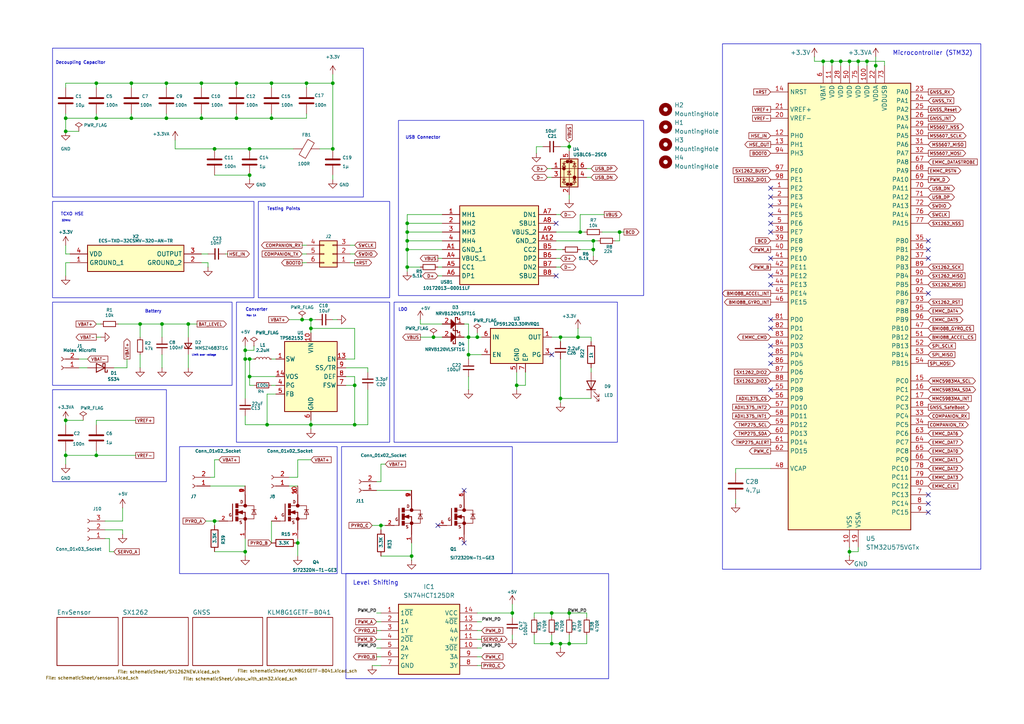
<source format=kicad_sch>
(kicad_sch (version 20231120) (generator "eeschema") (generator_version "8.0")
  (paper "A4")
  (junction (at 86.36 157.48))
  (junction (at 238.76 17.78))
  (junction (at 162.56 97.79))
  (junction (at 19.05 34.29))
  (junction (at 72.39 50.8))
  (junction (at 38.1 24.13))
  (junction (at 48.26 34.29))
  (junction (at 118.11 69.85))
  (junction (at 58.42 34.29))
  (junction (at 27.94 132.08))
  (junction (at 148.59 177.8))
  (junction (at 90.17 123.19))
  (junction (at 87.63 92.71))
  (junction (at 27.94 24.13))
  (junction (at 54.61 93.98))
  (junction (at 168.275 67.31))
  (junction (at 172.085 69.85))
  (junction (at 172.085 72.39))
  (junction (at 19.05 38.1))
  (junction (at 135.89 97.79))
  (junction (at 149.86 111.76))
  (junction (at 72.39 104.14))
  (junction (at 251.46 17.78))
  (junction (at 165.1 186.69))
  (junction (at 46.99 93.98))
  (junction (at 165.1 42.545))
  (junction (at 160.02 177.8))
  (junction (at 19.05 132.08))
  (junction (at 241.3 17.78))
  (junction (at 254 19.05))
  (junction (at 90.17 95.25))
  (junction (at 135.89 102.87))
  (junction (at 179.705 67.31))
  (junction (at 118.11 67.31))
  (junction (at 165.1 177.8))
  (junction (at 48.26 24.13))
  (junction (at 246.38 160.02))
  (junction (at 102.87 111.76))
  (junction (at 78.74 34.29))
  (junction (at 72.39 43.18))
  (junction (at 71.12 101.6))
  (junction (at 78.74 24.13))
  (junction (at 38.1 34.29))
  (junction (at 72.39 109.22))
  (junction (at 248.92 17.78))
  (junction (at 71.12 160.02))
  (junction (at 71.12 104.14))
  (junction (at 62.23 151.13))
  (junction (at 162.56 115.57))
  (junction (at 243.84 17.78))
  (junction (at 27.94 34.29))
  (junction (at 138.43 97.79))
  (junction (at 40.64 93.98))
  (junction (at 90.17 92.71))
  (junction (at 167.64 97.79))
  (junction (at 19.05 121.92))
  (junction (at 88.9 24.13))
  (junction (at 125.73 97.79))
  (junction (at 58.42 24.13))
  (junction (at 96.52 43.18))
  (junction (at 118.11 64.77))
  (junction (at 110.49 152.4))
  (junction (at 96.52 24.13))
  (junction (at 162.56 186.69))
  (junction (at 62.23 43.18))
  (junction (at 160.02 186.69))
  (junction (at 68.58 34.29))
  (junction (at 246.38 17.78))
  (junction (at 68.58 24.13))
  (junction (at 77.47 123.19))
  (junction (at 119.38 161.29))
  (junction (at 118.11 72.39))
  (junction (at 102.87 123.19))
  (junction (at 118.11 77.47))
  (no_connect (at 223.52 92.71))
  (no_connect (at 223.52 105.41))
  (no_connect (at 161.29 80.01))
  (no_connect (at 223.52 102.87))
  (no_connect (at 223.52 82.55))
  (no_connect (at 269.24 143.51))
  (no_connect (at 161.29 64.77))
  (no_connect (at 127 152.4))
  (no_connect (at 223.52 113.03))
  (no_connect (at 223.52 59.69))
  (no_connect (at 134.62 157.48))
  (no_connect (at 269.24 146.05))
  (no_connect (at 223.52 74.93))
  (no_connect (at 223.52 100.33))
  (no_connect (at 223.52 95.25))
  (no_connect (at 269.24 148.59))
  (no_connect (at 223.52 80.01))
  (no_connect (at 160.02 102.87))
  (no_connect (at 223.52 64.77))
  (no_connect (at 269.24 74.93))
  (no_connect (at 134.62 142.24))
  (no_connect (at 269.24 72.39))
  (no_connect (at 269.24 69.85))
  (no_connect (at 223.52 57.15))
  (no_connect (at 223.52 54.61))
  (no_connect (at 223.52 62.23))
  (no_connect (at 223.52 67.31))
  (no_connect (at 269.24 85.09))
  (wire (pts (xy 58.42 24.13) (xy 48.26 24.13)))
  (wire (pts (xy 238.76 17.78) (xy 241.3 17.78)))
  (wire (pts (xy 62.23 138.43) (xy 60.96 138.43)))
  (wire (pts (xy 139.7 193.04) (xy 138.43 193.04)))
  (wire (pts (xy 160.02 184.15) (xy 160.02 186.69)))
  (wire (pts (xy 155.575 42.545) (xy 157.48 42.545)))
  (wire (pts (xy 40.64 93.98) (xy 46.99 93.98)))
  (wire (pts (xy 88.9 24.13) (xy 96.52 24.13)))
  (wire (pts (xy 19.05 34.29) (xy 27.94 34.29)))
  (wire (pts (xy 162.56 116.84) (xy 162.56 115.57)))
  (wire (pts (xy 162.56 104.14) (xy 162.56 115.57)))
  (wire (pts (xy 58.42 33.02) (xy 58.42 34.29)))
  (wire (pts (xy 179.705 69.85) (xy 179.705 67.31)))
  (wire (pts (xy 149.86 111.76) (xy 149.86 113.03)))
  (wire (pts (xy 248.92 158.75) (xy 248.92 160.02)))
  (wire (pts (xy 118.11 69.85) (xy 128.27 69.85)))
  (wire (pts (xy 110.49 152.4) (xy 110.49 153.67)))
  (wire (pts (xy 31.75 156.21) (xy 31.75 160.02)))
  (wire (pts (xy 46.99 93.98) (xy 54.61 93.98)))
  (wire (pts (xy 27.94 33.02) (xy 27.94 34.29)))
  (wire (pts (xy 34.29 93.98) (xy 40.64 93.98)))
  (wire (pts (xy 109.22 187.96) (xy 110.49 187.96)))
  (wire (pts (xy 254 19.05) (xy 254 20.32)))
  (wire (pts (xy 165.1 186.69) (xy 170.18 186.69)))
  (wire (pts (xy 109.22 142.24) (xy 119.38 142.24)))
  (wire (pts (xy 90.17 95.25) (xy 90.17 96.52)))
  (wire (pts (xy 223.52 135.89) (xy 213.36 135.89)))
  (wire (pts (xy 139.7 187.96) (xy 138.43 187.96)))
  (wire (pts (xy 35.56 151.13) (xy 30.48 151.13)))
  (wire (pts (xy 134.62 93.98) (xy 135.89 93.98)))
  (wire (pts (xy 77.47 123.19) (xy 90.17 123.19)))
  (wire (pts (xy 65.405 73.66) (xy 66.04 73.66)))
  (wire (pts (xy 107.95 152.4) (xy 110.49 152.4)))
  (wire (pts (xy 243.84 17.78) (xy 243.84 19.05)))
  (wire (pts (xy 48.26 24.13) (xy 38.1 24.13)))
  (wire (pts (xy 165.1 177.8) (xy 165.1 179.07)))
  (wire (pts (xy 19.05 132.08) (xy 19.05 134.62)))
  (wire (pts (xy 162.56 42.545) (xy 165.1 42.545)))
  (wire (pts (xy 48.26 34.29) (xy 58.42 34.29)))
  (wire (pts (xy 160.02 97.79) (xy 162.56 97.79)))
  (wire (pts (xy 161.29 77.47) (xy 162.56 77.47)))
  (wire (pts (xy 27.94 93.98) (xy 29.21 93.98)))
  (wire (pts (xy 83.82 140.97) (xy 86.36 140.97)))
  (wire (pts (xy 128.27 67.31) (xy 118.11 67.31)))
  (wire (pts (xy 71.12 100.33) (xy 71.12 101.6)))
  (wire (pts (xy 121.92 97.79) (xy 125.73 97.79)))
  (wire (pts (xy 139.7 180.34) (xy 138.43 180.34)))
  (wire (pts (xy 148.59 175.26) (xy 148.59 177.8)))
  (wire (pts (xy 54.61 93.98) (xy 57.15 93.98)))
  (wire (pts (xy 58.42 73.66) (xy 60.325 73.66)))
  (wire (pts (xy 178.435 69.85) (xy 179.705 69.85)))
  (wire (pts (xy 62.23 133.35) (xy 62.23 138.43)))
  (wire (pts (xy 27.94 34.29) (xy 38.1 34.29)))
  (wire (pts (xy 170.18 186.69) (xy 170.18 184.15)))
  (wire (pts (xy 58.42 24.13) (xy 58.42 25.4)))
  (wire (pts (xy 172.085 72.39) (xy 172.085 74.295)))
  (wire (pts (xy 73.66 100.33) (xy 73.66 101.6)))
  (wire (pts (xy 248.92 17.78) (xy 251.46 17.78)))
  (wire (pts (xy 27.94 24.13) (xy 27.94 25.4)))
  (wire (pts (xy 172.085 69.85) (xy 173.355 69.85)))
  (wire (pts (xy 19.05 71.12) (xy 19.05 73.66)))
  (wire (pts (xy 238.76 19.05) (xy 238.76 17.78)))
  (wire (pts (xy 162.56 97.79) (xy 162.56 99.06)))
  (wire (pts (xy 96.52 21.59) (xy 96.52 24.13)))
  (wire (pts (xy 174.625 67.31) (xy 179.705 67.31)))
  (wire (pts (xy 139.7 182.88) (xy 138.43 182.88)))
  (wire (pts (xy 88.9 33.02) (xy 88.9 34.29)))
  (wire (pts (xy 256.54 19.05) (xy 256.54 17.78)))
  (wire (pts (xy 170.18 51.435) (xy 171.45 51.435)))
  (wire (pts (xy 118.11 69.85) (xy 118.11 72.39)))
  (wire (pts (xy 22.86 104.14) (xy 25.4 104.14)))
  (wire (pts (xy 154.94 177.8) (xy 154.94 179.07)))
  (wire (pts (xy 160.02 51.435) (xy 158.75 51.435)))
  (wire (pts (xy 71.12 160.02) (xy 71.12 156.21)))
  (wire (pts (xy 236.22 16.51) (xy 236.22 17.78)))
  (wire (pts (xy 27.94 121.92) (xy 39.37 121.92)))
  (wire (pts (xy 118.11 77.47) (xy 118.11 72.39)))
  (wire (pts (xy 243.84 17.78) (xy 246.38 17.78)))
  (wire (pts (xy 171.45 97.79) (xy 167.64 97.79)))
  (wire (pts (xy 46.99 106.68) (xy 46.99 102.87)))
  (wire (pts (xy 119.38 161.29) (xy 119.38 157.48)))
  (wire (pts (xy 236.22 17.78) (xy 238.76 17.78)))
  (wire (pts (xy 38.1 24.13) (xy 38.1 25.4)))
  (wire (pts (xy 121.92 92.71) (xy 121.92 93.98)))
  (wire (pts (xy 68.58 24.13) (xy 68.58 25.4)))
  (wire (pts (xy 71.12 123.19) (xy 77.47 123.19)))
  (wire (pts (xy 58.42 76.2) (xy 60.325 76.2)))
  (wire (pts (xy 118.11 64.77) (xy 118.11 67.31)))
  (wire (pts (xy 40.64 102.87) (xy 40.64 106.68)))
  (wire (pts (xy 135.89 93.98) (xy 135.89 97.79)))
  (wire (pts (xy 19.05 80.01) (xy 19.05 76.2)))
  (wire (pts (xy 19.05 24.13) (xy 19.05 25.4)))
  (wire (pts (xy 165.1 41.275) (xy 165.1 42.545)))
  (wire (pts (xy 77.47 114.3) (xy 77.47 123.19)))
  (wire (pts (xy 135.89 97.79) (xy 135.89 102.87)))
  (wire (pts (xy 19.05 121.92) (xy 19.05 123.19)))
  (wire (pts (xy 68.58 34.29) (xy 78.74 34.29)))
  (wire (pts (xy 100.33 106.68) (xy 106.68 106.68)))
  (wire (pts (xy 213.36 144.78) (xy 213.36 146.05)))
  (wire (pts (xy 241.3 17.78) (xy 241.3 19.05)))
  (wire (pts (xy 213.36 135.89) (xy 213.36 137.16)))
  (wire (pts (xy 127 77.47) (xy 128.27 77.47)))
  (wire (pts (xy 138.43 96.52) (xy 138.43 97.79)))
  (wire (pts (xy 161.29 67.31) (xy 168.275 67.31)))
  (wire (pts (xy 160.02 48.895) (xy 158.75 48.895)))
  (wire (pts (xy 78.74 157.48) (xy 78.74 151.13)))
  (wire (pts (xy 71.12 104.14) (xy 71.12 115.57)))
  (wire (pts (xy 54.61 102.87) (xy 54.61 106.68)))
  (wire (pts (xy 46.99 93.98) (xy 46.99 97.79)))
  (wire (pts (xy 160.02 186.69) (xy 154.94 186.69)))
  (wire (pts (xy 31.75 160.02) (xy 33.02 160.02)))
  (wire (pts (xy 96.52 50.8) (xy 96.52 52.07)))
  (wire (pts (xy 160.02 177.8) (xy 160.02 179.07)))
  (wire (pts (xy 71.12 160.02) (xy 71.12 161.29)))
  (wire (pts (xy 248.92 160.02) (xy 246.38 160.02)))
  (wire (pts (xy 87.63 92.71) (xy 90.17 92.71)))
  (wire (pts (xy 72.39 43.18) (xy 85.09 43.18)))
  (wire (pts (xy 148.59 179.07) (xy 148.59 177.8)))
  (wire (pts (xy 78.74 33.02) (xy 78.74 34.29)))
  (wire (pts (xy 102.87 111.76) (xy 102.87 123.19)))
  (wire (pts (xy 110.49 139.7) (xy 109.22 139.7)))
  (wire (pts (xy 155.575 44.45) (xy 155.575 42.545)))
  (wire (pts (xy 109.22 185.42) (xy 110.49 185.42)))
  (wire (pts (xy 125.73 97.79) (xy 128.27 97.79)))
  (wire (pts (xy 161.29 62.23) (xy 162.56 62.23)))
  (wire (pts (xy 78.74 24.13) (xy 68.58 24.13)))
  (wire (pts (xy 90.17 92.71) (xy 90.17 95.25)))
  (wire (pts (xy 96.52 92.71) (xy 97.79 92.71)))
  (wire (pts (xy 139.7 185.42) (xy 138.43 185.42)))
  (wire (pts (xy 161.29 72.39) (xy 163.195 72.39)))
  (wire (pts (xy 68.58 34.29) (xy 68.58 33.02)))
  (wire (pts (xy 109.22 180.34) (xy 110.49 180.34)))
  (wire (pts (xy 162.56 186.69) (xy 165.1 186.69)))
  (wire (pts (xy 160.02 177.8) (xy 165.1 177.8)))
  (wire (pts (xy 100.33 109.22) (xy 102.87 109.22)))
  (wire (pts (xy 135.89 97.79) (xy 134.62 97.79)))
  (wire (pts (xy 62.23 43.18) (xy 72.39 43.18)))
  (wire (pts (xy 27.94 132.08) (xy 39.37 132.08)))
  (wire (pts (xy 106.68 106.68) (xy 106.68 107.95)))
  (wire (pts (xy 90.17 95.25) (xy 102.87 95.25)))
  (wire (pts (xy 63.5 133.35) (xy 62.23 133.35)))
  (wire (pts (xy 135.89 102.87) (xy 139.7 102.87)))
  (wire (pts (xy 88.9 34.29) (xy 78.74 34.29)))
  (wire (pts (xy 91.44 92.71) (xy 90.17 92.71)))
  (wire (pts (xy 96.52 24.13) (xy 96.52 43.18)))
  (wire (pts (xy 86.36 138.43) (xy 86.36 133.35)))
  (wire (pts (xy 27.94 130.81) (xy 27.94 132.08)))
  (wire (pts (xy 246.38 158.75) (xy 246.38 160.02)))
  (wire (pts (xy 19.05 34.29) (xy 19.05 38.1)))
  (wire (pts (xy 149.86 111.76) (xy 149.86 107.95)))
  (wire (pts (xy 251.46 17.78) (xy 251.46 19.05)))
  (wire (pts (xy 162.56 115.57) (xy 171.45 115.57)))
  (wire (pts (xy 135.89 97.79) (xy 138.43 97.79)))
  (wire (pts (xy 80.01 111.76) (xy 78.74 111.76)))
  (wire (pts (xy 118.11 78.74) (xy 118.11 77.47)))
  (wire (pts (xy 168.275 72.39) (xy 172.085 72.39)))
  (wire (pts (xy 172.085 69.85) (xy 172.085 72.39)))
  (wire (pts (xy 171.45 107.95) (xy 171.45 106.68)))
  (wire (pts (xy 179.705 67.31) (xy 180.975 67.31)))
  (wire (pts (xy 161.29 74.93) (xy 162.56 74.93)))
  (wire (pts (xy 110.49 134.62) (xy 110.49 139.7)))
  (wire (pts (xy 167.64 97.79) (xy 162.56 97.79)))
  (wire (pts (xy 78.74 24.13) (xy 88.9 24.13)))
  (wire (pts (xy 19.05 130.81) (xy 19.05 132.08)))
  (wire (pts (xy 251.46 17.78) (xy 256.54 17.78)))
  (wire (pts (xy 246.38 17.78) (xy 248.92 17.78)))
  (wire (pts (xy 119.38 161.29) (xy 119.38 162.56)))
  (wire (pts (xy 19.05 38.1) (xy 22.86 38.1)))
  (wire (pts (xy 162.56 187.96) (xy 162.56 186.69)))
  (wire (pts (xy 27.94 24.13) (xy 19.05 24.13)))
  (wire (pts (xy 86.36 156.21) (xy 86.36 157.48)))
  (wire (pts (xy 118.11 72.39) (xy 128.27 72.39)))
  (wire (pts (xy 19.05 73.66) (xy 20.32 73.66)))
  (wire (pts (xy 246.38 160.02) (xy 246.38 161.29)))
  (wire (pts (xy 62.23 50.8) (xy 72.39 50.8)))
  (wire (pts (xy 111.76 134.62) (xy 110.49 134.62)))
  (wire (pts (xy 71.12 101.6) (xy 71.12 104.14)))
  (wire (pts (xy 35.56 147.32) (xy 35.56 151.13)))
  (wire (pts (xy 127 74.93) (xy 128.27 74.93)))
  (wire (pts (xy 106.68 123.19) (xy 102.87 123.19)))
  (wire (pts (xy 72.39 109.22) (xy 72.39 111.76)))
  (wire (pts (xy 139.7 190.5) (xy 138.43 190.5)))
  (wire (pts (xy 109.22 177.8) (xy 110.49 177.8)))
  (wire (pts (xy 27.94 97.79) (xy 29.21 97.79)))
  (wire (pts (xy 30.48 156.21) (xy 31.75 156.21)))
  (wire (pts (xy 72.39 104.14) (xy 73.66 104.14)))
  (wire (pts (xy 62.23 151.13) (xy 63.5 151.13)))
  (wire (pts (xy 162.56 186.69) (xy 160.02 186.69)))
  (wire (pts (xy 102.87 109.22) (xy 102.87 111.76)))
  (wire (pts (xy 118.11 77.47) (xy 121.92 77.47)))
  (wire (pts (xy 90.17 133.35) (xy 86.36 133.35)))
  (wire (pts (xy 118.11 67.31) (xy 118.11 69.85)))
  (wire (pts (xy 19.05 33.02) (xy 19.05 34.29)))
  (wire (pts (xy 106.68 113.03) (xy 106.68 123.19)))
  (wire (pts (xy 30.48 153.67) (xy 35.56 153.67)))
  (wire (pts (xy 138.43 177.8) (xy 148.59 177.8)))
  (wire (pts (xy 60.96 140.97) (xy 71.12 140.97)))
  (wire (pts (xy 72.39 50.8) (xy 72.39 52.07)))
  (wire (pts (xy 73.66 101.6) (xy 71.12 101.6)))
  (wire (pts (xy 19.05 76.2) (xy 20.32 76.2)))
  (wire (pts (xy 102.87 104.14) (xy 100.33 104.14)))
  (wire (pts (xy 128.27 64.77) (xy 118.11 64.77)))
  (wire (pts (xy 101.6 73.66) (xy 102.87 73.66)))
  (wire (pts (xy 62.23 151.13) (xy 62.23 152.4)))
  (wire (pts (xy 165.1 177.8) (xy 170.18 177.8)))
  (wire (pts (xy 88.9 25.4) (xy 88.9 24.13)))
  (wire (pts (xy 48.26 34.29) (xy 48.26 33.02)))
  (wire (pts (xy 127 80.01) (xy 128.27 80.01)))
  (wire (pts (xy 90.17 121.92) (xy 90.17 123.19)))
  (wire (pts (xy 246.38 17.78) (xy 246.38 19.05)))
  (wire (pts (xy 35.56 153.67) (xy 35.56 154.94)))
  (wire (pts (xy 168.275 62.23) (xy 168.275 67.31)))
  (wire (pts (xy 135.89 109.22) (xy 135.89 113.03)))
  (wire (pts (xy 101.6 71.12) (xy 102.87 71.12)))
  (wire (pts (xy 83.82 92.71) (xy 87.63 92.71)))
  (wire (pts (xy 68.58 24.13) (xy 58.42 24.13)))
  (wire (pts (xy 88.9 76.2) (xy 87.63 76.2)))
  (wire (pts (xy 118.11 62.23) (xy 118.11 64.77)))
  (wire (pts (xy 121.92 93.98) (xy 128.27 93.98)))
  (wire (pts (xy 36.83 104.14) (xy 36.83 106.68)))
  (wire (pts (xy 161.29 69.85) (xy 172.085 69.85)))
  (wire (pts (xy 107.95 193.04) (xy 110.49 193.04)))
  (wire (pts (xy 40.64 93.98) (xy 40.64 97.79)))
  (wire (pts (xy 110.49 161.29) (xy 119.38 161.29)))
  (wire (pts (xy 72.39 104.14) (xy 72.39 109.22)))
  (wire (pts (xy 19.05 132.08) (xy 27.94 132.08)))
  (wire (pts (xy 22.86 106.68) (xy 25.4 106.68)))
  (wire (pts (xy 92.71 43.18) (xy 96.52 43.18)))
  (wire (pts (xy 78.74 104.14) (xy 80.01 104.14)))
  (wire (pts (xy 171.45 97.79) (xy 171.45 99.06)))
  (wire (pts (xy 154.94 184.15) (xy 154.94 186.69)))
  (wire (pts (xy 102.87 95.25) (xy 102.87 104.14)))
  (wire (pts (xy 71.12 104.14) (xy 72.39 104.14)))
  (wire (pts (xy 154.94 177.8) (xy 160.02 177.8)))
  (wire (pts (xy 101.6 76.2) (xy 102.87 76.2)))
  (wire (pts (xy 148.59 184.15) (xy 148.59 185.42)))
  (wire (pts (xy 48.26 24.13) (xy 48.26 25.4)))
  (wire (pts (xy 88.9 73.66) (xy 87.63 73.66)))
  (wire (pts (xy 50.8 43.18) (xy 62.23 43.18)))
  (wire (pts (xy 54.61 93.98) (xy 54.61 97.79)))
  (wire (pts (xy 38.1 34.29) (xy 48.26 34.29)))
  (wire (pts (xy 165.1 184.15) (xy 165.1 186.69)))
  (wire (pts (xy 38.1 24.13) (xy 27.94 24.13)))
  (wire (pts (xy 78.74 24.13) (xy 78.74 25.4)))
  (wire (pts (xy 165.1 42.545) (xy 165.1 43.815)))
  (wire (pts (xy 60.325 76.2) (xy 60.325 77.47)))
  (wire (pts (xy 59.69 151.13) (xy 62.23 151.13)))
  (wire (pts (xy 241.3 17.78) (xy 243.84 17.78)))
  (wire (pts (xy 167.64 95.25) (xy 167.64 97.79)))
  (wire (pts (xy 168.275 62.23) (xy 175.26 62.23)))
  (wire (pts (xy 58.42 34.29) (xy 68.58 34.29)))
  (wire (pts (xy 168.275 67.31) (xy 169.545 67.31)))
  (wire (pts (xy 138.43 97.79) (xy 139.7 97.79)))
  (wire (pts (xy 170.18 177.8) (xy 170.18 179.07)))
  (wire (pts (xy 109.22 190.5) (xy 110.49 190.5)))
  (wire (pts (xy 80.01 114.3) (xy 77.47 114.3)))
  (wire (pts (xy 19.05 121.92) (xy 24.13 121.92)))
  (wire (pts (xy 165.1 56.515) (xy 165.1 57.785)))
  (wire (pts (xy 152.4 111.76) (xy 149.86 111.76)))
  (wire (pts (xy 135.89 102.87) (xy 135.89 104.14)))
  (wire (pts (xy 248.92 17.78) (xy 248.92 19.05)))
  (wire (pts (xy 110.49 152.4) (xy 111.76 152.4)))
  (wire (pts (xy 62.23 160.02) (xy 71.12 160.02)))
  (wire (pts (xy 80.01 109.22) (xy 72.39 109.22)))
  (wire (pts (xy 86.36 157.48) (xy 86.36 161.29)))
  (wire (pts (xy 33.02 106.68) (xy 36.83 106.68)))
  (wire (pts (xy 71.12 120.65) (xy 71.12 123.19)))
  (wire (pts (xy 100.33 111.76) (xy 102.87 111.76)))
  (wire (pts (xy 72.39 111.76) (xy 73.66 111.76)))
  (wire (pts (xy 88.9 71.12) (xy 87.63 71.12)))
  (wire (pts (xy 254 16.51) (xy 254 19.05)))
  (wire (pts (xy 170.18 48.895) (xy 171.45 48.895)))
  (wire (pts (xy 102.87 123.19) (xy 90.17 123.19)))
  (wire (pts (xy 90.17 123.19) (xy 90.17 124.46)))
  (wire (pts (xy 50.8 40.64) (xy 50.8 43.18)))
  (wire (pts (xy 118.11 62.23) (xy 128.27 62.23)))
  (wire (pts (xy 86.36 138.43) (xy 83.82 138.43)))
  (wire (pts (xy 152.4 111.76) (xy 152.4 107.95)))
  (wire (pts (xy 109.22 182.88) (xy 110.49 182.88)))
  (wire (pts (xy 38.1 34.29) (xy 38.1 33.02)))
  (wire (pts (xy 27.94 121.92) (xy 27.94 123.19)))
  (rectangle (start 68.58 87.63) (end 113.03 128.27))
  (rectangle (start 100.33 166.37) (end 176.53 196.85))
  (rectangle (start 15.24 87.63) (end 67.31 111.76))
  (rectangle (start 115.57 34.925) (end 186.69 85.725))
  (rectangle (start 114.3 87.63) (end 179.07 128.27))
  (rectangle (start 15.24 58.42) (end 73.66 86.36))
  (rectangle (start 99.06 129.54) (end 148.59 166.37))
  (rectangle (start 15.24 113.03) (end 48.26 139.7))
  (rectangle (start 15.24 13.97) (end 105.41 57.15))
  (rectangle (start 74.93 58.42) (end 113.03 86.36))
  (rectangle (start 52.07 129.54) (end 97.79 166.37))
  (rectangle (start 209.55 12.7) (end 284.48 165.1))
  (text "Limit over voltage" (at 59.182 103.124 0) (effects (font (size 0.508 0.508))))
  (text "Testing Points" (at 82.296 60.706 0) (effects (font (size 0.889 0.889))))
  (text "USB Connector" (at 122.682 40.005 0) (effects (font (size 0.889 0.889))))
  (text "Microcontroller (STM32)" (at 270.51 15.494 0) (effects (font (size 1.27 1.27))))
  (text "Level Shifting" (at 108.966 169.164 0) (effects (font (size 1.27 1.27))))
  (text "Battery" (at 44.45 90.424 0) (effects (font (size 0.889 0.889))))
  (text "LDO" (at 116.84 89.916 0) (effects (font (size 0.889 0.889))))
  (text "Decoupling Capacitor" (at 23.368 18.288 0) (effects (font (size 0.889 0.889))))
  (text "TCXO HSE" (at 20.955 62.23 0) (effects (font (size 0.889 0.889))))
  (text "Converter" (at 74.422 89.916 0) (effects (font (size 0.889 0.889))))
  (text "32MHz" (at 19.177 64.135 0) (effects (font (size 0.508 0.508))))
  (text "Max 1A" (at 72.898 91.694 0) (effects (font (size 0.508 0.508))))
  (label "PWM_PD" (at 139.7 187.96 0) (effects (font (size 0.889 0.889))))
  (label "PWM_PD" (at 109.22 187.96 180) (effects (font (size 0.889 0.889))))
  (label "PWM_PD" (at 139.7 180.34 0) (effects (font (size 0.889 0.889))))
  (label "PWM_PD" (at 170.18 177.8 180) (effects (font (size 0.889 0.889))))
  (label "PWM_PD" (at 109.22 177.8 180) (effects (font (size 0.889 0.889))))
  (global_label "PWM_A" (shape output) (at 223.52 72.39 180) (effects (font (size 0.889 0.889))) (property "Intersheetrefs" "${INTERSHEET_REFS}" (effects (hide yes))))
  (global_label "SX1262_MOSI" (shape input) (at 269.24 82.55 0) (effects (font (size 0.889 0.889))) (property "Intersheetrefs" "${INTERSHEET_REFS}" (effects (hide yes))))
  (global_label "BAT_LEVEL" (shape output) (at 57.15 93.98 0) (effects (font (size 0.889 0.889))) (property "Intersheetrefs" "${INTERSHEET_REFS}" (effects (hide yes))))
  (global_label "SX1262_DIO2" (shape input) (at 223.52 107.95 180) (effects (font (size 0.889 0.889))) (property "Intersheetrefs" "${INTERSHEET_REFS}" (effects (hide yes))))
  (global_label "PWM_B" (shape output) (at 223.52 77.47 180) (effects (font (size 0.889 0.889))) (property "Intersheetrefs" "${INTERSHEET_REFS}" (effects (hide yes))))
  (global_label "BMI088_GYRO_CS" (shape input) (at 269.24 95.25 0) (effects (font (size 0.889 0.889))) (property "Intersheetrefs" "${INTERSHEET_REFS}" (effects (hide yes))))
  (global_label "GNSS_TX" (shape input) (at 269.24 29.21 0) (effects (font (size 0.889 0.889))) (property "Intersheetrefs" "${INTERSHEET_REFS}" (effects (hide yes))))
  (global_label "EMMC_DATASTROBE" (shape input) (at 269.24 46.99 0) (effects (font (size 0.889 0.889))) (property "Intersheetrefs" "${INTERSHEET_REFS}" (effects (hide yes))))
  (global_label "TMP275_SCL" (shape bidirectional) (at 223.52 123.19 180) (effects (font (size 0.889 0.889))) (property "Intersheetrefs" "${INTERSHEET_REFS}" (effects (hide yes))))
  (global_label "nRST" (shape input) (at 223.52 26.67 180) (effects (font (size 0.889 0.889))) (property "Intersheetrefs" "${INTERSHEET_REFS}" (effects (hide yes))))
  (global_label "SX1262_MISO" (shape input) (at 269.24 80.01 0) (effects (font (size 0.889 0.889))) (property "Intersheetrefs" "${INTERSHEET_REFS}" (effects (hide yes))))
  (global_label "PWM_A" (shape input) (at 109.22 180.34 180) (effects (font (size 0.889 0.889))) (property "Intersheetrefs" "${INTERSHEET_REFS}" (effects (hide yes))))
  (global_label "SWDIO" (shape bidirectional) (at 102.87 73.66 0) (effects (font (size 0.889 0.889))) (property "Intersheetrefs" "${INTERSHEET_REFS}" (effects (hide yes))))
  (global_label "VREF-" (shape passive) (at 223.52 34.29 180) (effects (font (size 0.889 0.889))) (property "Intersheetrefs" "${INTERSHEET_REFS}" (effects (hide yes))))
  (global_label "BMI088_ACCEL_INT" (shape output) (at 223.52 85.09 180) (effects (font (size 0.889 0.889))) (property "Intersheetrefs" "${INTERSHEET_REFS}" (effects (hide yes))))
  (global_label "USB_DP" (shape bidirectional) (at 269.24 57.15 0) (effects (font (size 0.889 0.889))) (property "Intersheetrefs" "${INTERSHEET_REFS}" (effects (hide yes))))
  (global_label "PWM_D" (shape output) (at 269.24 52.07 0) (effects (font (size 0.889 0.889))) (property "Intersheetrefs" "${INTERSHEET_REFS}" (effects (hide yes))))
  (global_label "D-" (shape bidirectional) (at 162.56 77.47 0) (effects (font (size 0.889 0.889))) (property "Intersheetrefs" "${INTERSHEET_REFS}" (effects (hide yes))))
  (global_label "D+" (shape bidirectional) (at 158.75 48.895 180) (effects (font (size 0.889 0.889))) (property "Intersheetrefs" "${INTERSHEET_REFS}" (effects (hide yes))))
  (global_label "SX1262_DIO3" (shape input) (at 223.52 110.49 180) (effects (font (size 0.889 0.889))) (property "Intersheetrefs" "${INTERSHEET_REFS}" (effects (hide yes))))
  (global_label "D+" (shape bidirectional) (at 127 80.01 180) (effects (font (size 0.889 0.889))) (property "Intersheetrefs" "${INTERSHEET_REFS}" (effects (hide yes))))
  (global_label "BCD" (shape output) (at 180.975 67.31 0) (effects (font (size 0.889 0.889))) (property "Intersheetrefs" "${INTERSHEET_REFS}" (effects (hide yes))))
  (global_label "VBAT+" (shape input) (at 90.17 133.35 0) (effects (font (size 0.889 0.889))) (property "Intersheetrefs" "${INTERSHEET_REFS}" (effects (hide yes))))
  (global_label "VBAT+" (shape input) (at 111.76 134.62 0) (effects (font (size 0.889 0.889))) (property "Intersheetrefs" "${INTERSHEET_REFS}" (effects (hide yes))))
  (global_label "MS5607_SCLK" (shape output) (at 269.24 39.37 0) (effects (font (size 0.889 0.889))) (property "Intersheetrefs" "${INTERSHEET_REFS}" (effects (hide yes))))
  (global_label "EMMC_DAT2" (shape bidirectional) (at 269.24 135.89 0) (effects (font (size 0.889 0.889))) (property "Intersheetrefs" "${INTERSHEET_REFS}" (effects (hide yes))))
  (global_label "VBUS" (shape output) (at 175.26 62.23 0) (effects (font (size 0.889 0.889))) (property "Intersheetrefs" "${INTERSHEET_REFS}" (effects (hide yes))))
  (global_label "EMMC_DAT7" (shape bidirectional) (at 269.24 128.27 0) (effects (font (size 0.889 0.889))) (property "Intersheetrefs" "${INTERSHEET_REFS}" (effects (hide yes))))
  (global_label "TMP275_ALERT" (shape output) (at 223.52 128.27 180) (effects (font (size 0.889 0.889))) (property "Intersheetrefs" "${INTERSHEET_REFS}" (effects (hide yes))))
  (global_label "USB_DN" (shape bidirectional) (at 171.45 51.435 0) (effects (font (size 0.889 0.889))) (property "Intersheetrefs" "${INTERSHEET_REFS}" (effects (hide yes))))
  (global_label "HSE_OUT" (shape output) (at 223.52 41.91 180) (effects (font (size 0.889 0.889))) (property "Intersheetrefs" "${INTERSHEET_REFS}" (effects (hide yes))))
  (global_label "nRST" (shape output) (at 102.87 76.2 0) (effects (font (size 0.889 0.889))) (property "Intersheetrefs" "${INTERSHEET_REFS}" (effects (hide yes))))
  (global_label "PWM_C" (shape input) (at 139.7 190.5 0) (effects (font (size 0.889 0.889))) (property "Intersheetrefs" "${INTERSHEET_REFS}" (effects (hide yes))))
  (global_label "VBAT+" (shape input) (at 63.5 133.35 0) (effects (font (size 0.889 0.889))) (property "Intersheetrefs" "${INTERSHEET_REFS}" (effects (hide yes))))
  (global_label "EMMC_DAT4" (shape bidirectional) (at 269.24 90.17 0) (effects (font (size 0.889 0.889))) (property "Intersheetrefs" "${INTERSHEET_REFS}" (effects (hide yes))))
  (global_label "VBAT-" (shape output) (at 27.94 97.79 180) (effects (font (size 0.889 0.889))) (property "Intersheetrefs" "${INTERSHEET_REFS}" (effects (hide yes))))
  (global_label "COMPANION_RX" (shape input) (at 269.24 120.65 0) (effects (font (size 0.889 0.889))) (property "Intersheetrefs" "${INTERSHEET_REFS}" (effects (hide yes))))
  (global_label "USB_DP" (shape bidirectional) (at 171.45 48.895 0) (effects (font (size 0.889 0.889))) (property "Intersheetrefs" "${INTERSHEET_REFS}" (effects (hide yes))))
  (global_label "BOOT0" (shape output) (at 87.63 76.2 180) (effects (font (size 0.889 0.889))) (property "Intersheetrefs" "${INTERSHEET_REFS}" (effects (hide yes))))
  (global_label "SWCLK" (shape input) (at 269.24 62.23 0) (effects (font (size 0.889 0.889))) (property "Intersheetrefs" "${INTERSHEET_REFS}" (effects (hide yes))))
  (global_label "VBUS" (shape input) (at 165.1 41.275 90) (effects (font (size 0.889 0.889))) (property "Intersheetrefs" "${INTERSHEET_REFS}" (effects (hide yes))))
  (global_label "VREF+" (shape passive) (at 223.52 31.75 180) (effects (font (size 0.889 0.889))) (property "Intersheetrefs" "${INTERSHEET_REFS}" (effects (hide yes))))
  (global_label "PYRO_C" (shape input) (at 107.95 152.4 180) (effects (font (size 0.889 0.889))) (property "Intersheetrefs" "${INTERSHEET_REFS}" (effects (hide yes))))
  (global_label "SX1262_SCK" (shape input) (at 269.24 77.47 0) (effects (font (size 0.889 0.889))) (property "Intersheetrefs" "${INTERSHEET_REFS}" (effects (hide yes))))
  (global_label "GNSS_RX" (shape output) (at 269.24 26.67 0) (effects (font (size 0.889 0.889))) (property "Intersheetrefs" "${INTERSHEET_REFS}" (effects (hide yes))))
  (global_label "MS5607_MISO" (shape input) (at 269.24 41.91 0) (effects (font (size 0.889 0.889))) (property "Intersheetrefs" "${INTERSHEET_REFS}" (effects (hide yes))))
  (global_label "ADXL375_CS" (shape input) (at 223.52 115.57 180) (effects (font (size 0.889 0.889))) (property "Intersheetrefs" "${INTERSHEET_REFS}" (effects (hide yes))))
  (global_label "MMC5983MA_SCL" (shape bidirectional) (at 269.24 110.49 0) (effects (font (size 0.889 0.889))) (property "Intersheetrefs" "${INTERSHEET_REFS}" (effects (hide yes))))
  (global_label "VBUS" (shape output) (at 127 74.93 180) (effects (font (size 0.889 0.889))) (property "Intersheetrefs" "${INTERSHEET_REFS}" (effects (hide yes))))
  (global_label "COMPANION_RX" (shape output) (at 87.63 71.12 180) (effects (font (size 0.889 0.889))) (property "Intersheetrefs" "${INTERSHEET_REFS}" (effects (hide yes))))
  (global_label "EMMC_DAT1" (shape bidirectional) (at 269.24 133.35 0) (effects (font (size 0.889 0.889))) (property "Intersheetrefs" "${INTERSHEET_REFS}" (effects (hide yes))))
  (global_label "EMMC_RSTN" (shape output) (at 269.24 49.53 0) (effects (font (size 0.889 0.889))) (property "Intersheetrefs" "${INTERSHEET_REFS}" (effects (hide yes))))
  (global_label "PYRO_A" (shape input) (at 59.69 151.13 180) (effects (font (size 0.889 0.889))) (property "Intersheetrefs" "${INTERSHEET_REFS}" (effects (hide yes))))
  (global_label "PYRO_B" (shape output) (at 109.22 190.5 180) (effects (font (size 0.889 0.889))) (property "Intersheetrefs" "${INTERSHEET_REFS}" (effects (hide yes))))
  (global_label "SX1262_NSS" (shape input) (at 269.24 64.77 0) (effects (font (size 0.889 0.889))) (property "Intersheetrefs" "${INTERSHEET_REFS}" (effects (hide yes))))
  (global_label "SPI_MISO" (shape input) (at 269.24 102.87 0) (effects (font (size 0.889 0.889))) (property "Intersheetrefs" "${INTERSHEET_REFS}" (effects (hide yes))))
  (global_label "VBUS" (shape output) (at 121.92 97.79 180) (effects (font (size 0.889 0.889))) (property "Intersheetrefs" "${INTERSHEET_REFS}" (effects (hide yes))))
  (global_label "VBAT-" (shape input) (at 25.4 104.14 0) (effects (font (size 0.889 0.889))) (property "Intersheetrefs" "${INTERSHEET_REFS}" (effects (hide yes))))
  (global_label "GNSS_INT" (shape output) (at 269.24 34.29 0) (effects (font (size 0.889 0.889))) (property "Intersheetrefs" "${INTERSHEET_REFS}" (effects (hide yes))))
  (global_label "BMI088_ACCEL_CS" (shape input) (at 269.24 97.79 0) (effects (font (size 0.889 0.889))) (property "Intersheetrefs" "${INTERSHEET_REFS}" (effects (hide yes))))
  (global_label "SX1262_BUSY" (shape input) (at 223.52 49.53 180) (effects (font (size 0.889 0.889))) (property "Intersheetrefs" "${INTERSHEET_REFS}" (effects (hide yes))))
  (global_label "SX1262_DIO1" (shape input) (at 223.52 52.07 180) (effects (font (size 0.889 0.889))) (property "Intersheetrefs" "${INTERSHEET_REFS}" (effects (hide yes))))
  (global_label "BMI088_GYRO_INT" (shape output) (at 223.52 87.63 180) (effects (font (size 0.889 0.889))) (property "Intersheetrefs" "${INTERSHEET_REFS}" (effects (hide yes))))
  (global_label "USB_DN" (shape bidirectional) (at 269.24 54.61 0) (effects (font (size 0.889 0.889))) (property "Intersheetrefs" "${INTERSHEET_REFS}" (effects (hide yes))))
  (global_label "D-" (shape bidirectional) (at 162.56 62.23 0) (effects (font (size 0.889 0.889))) (property "Intersheetrefs" "${INTERSHEET_REFS}" (effects (hide yes))))
  (global_label "HSE_IN" (shape input) (at 223.52 39.37 180) (effects (font (size 0.889 0.889))) (property "Intersheetrefs" "${INTERSHEET_REFS}" (effects (hide yes))))
  (global_label "SPI_MOSI" (shape output) (at 269.24 105.41 0) (effects (font (size 0.889 0.889))) (property "Intersheetrefs" "${INTERSHEET_REFS}" (effects (hide yes))))
  (global_label "EMMC_DAT3" (shape bidirectional) (at 269.24 138.43 0) (effects (font (size 0.889 0.889))) (property "Intersheetrefs" "${INTERSHEET_REFS}" (effects (hide yes))))
  (global_label "PWM_C" (shape output) (at 223.52 130.81 180) (effects (font (size 0.889 0.889))) (property "Intersheetrefs" "${INTERSHEET_REFS}" (effects (hide yes))))
  (global_label "PYRO_A" (shape output) (at 109.22 182.88 180) (effects (font (size 0.889 0.889))) (property "Intersheetrefs" "${INTERSHEET_REFS}" (effects (hide yes))))
  (global_label "SWCLK" (shape input) (at 102.87 71.12 0) (effects (font (size 0.889 0.889))) (property "Intersheetrefs" "${INTERSHEET_REFS}" (effects (hide yes))))
  (global_label "TMP275_SDA" (shape bidirectional) (at 223.52 125.73 180) (effects (font (size 0.889 0.889))) (property "Intersheetrefs" "${INTERSHEET_REFS}" (effects (hide yes))))
  (global_label "EMMC_CMD" (shape bidirectional) (at 223.52 97.79 180) (effects (font (size 0.889 0.889))) (property "Intersheetrefs" "${INTERSHEET_REFS}" (effects (hide yes))))
  (global_label "EMMC_DAT5" (shape bidirectional) (at 269.24 92.71 0) (effects (font (size 0.889 0.889))) (property "Intersheetrefs" "${INTERSHEET_REFS}" (effects (hide yes))))
  (global_label "VREF+" (shape passive) (at 39.37 121.92 0) (effects (font (size 0.889 0.889))) (property "Intersheetrefs" "${INTERSHEET_REFS}" (effects (hide yes))))
  (global_label "EMMC_DAT0" (shape bidirectional) (at 269.24 130.81 0) (effects (font (size 0.889 0.889))) (property "Intersheetrefs" "${INTERSHEET_REFS}" (effects (hide yes))))
  (global_label "PYRO_C" (shape output) (at 139.7 193.04 0) (effects (font (size 0.889 0.889))) (property "Intersheetrefs" "${INTERSHEET_REFS}" (effects (hide yes))))
  (global_label "MS5607_MOSI" (shape output) (at 269.24 44.45 0) (effects (font (size 0.889 0.889))) (property "Intersheetrefs" "${INTERSHEET_REFS}" (effects (hide yes))))
  (global_label "GNSS_Reset" (shape output) (at 269.24 31.75 0) (effects (font (size 0.889 0.889))) (property "Intersheetrefs" "${INTERSHEET_REFS}" (effects (hide yes))))
  (global_label "ADXL375_INT1" (shape input) (at 223.52 120.65 180) (effects (font (size 0.889 0.889))) (property "Intersheetrefs" "${INTERSHEET_REFS}" (effects (hide yes))))
  (global_label "COMPANION_TX" (shape output) (at 269.24 123.19 0) (effects (font (size 0.889 0.889))) (property "Intersheetrefs" "${INTERSHEET_REFS}" (effects (hide yes))))
  (global_label "COMPANION_TX" (shape input) (at 87.63 73.66 180) (effects (font (size 0.889 0.889))) (property "Intersheetrefs" "${INTERSHEET_REFS}" (effects (hide yes))))
  (global_label "SX1262_RST" (shape input) (at 269.24 87.63 0) (effects (font (size 0.889 0.889))) (property "Intersheetrefs" "${INTERSHEET_REFS}" (effects (hide yes))))
  (global_label "PWM_B" (shape input) (at 109.22 185.42 180) (effects (font (size 0.889 0.889))) (property "Intersheetrefs" "${INTERSHEET_REFS}" (effects (hide yes))))
  (global_label "PYRO_B" (shape input) (at 78.74 157.48 180) (effects (font (size 0.889 0.889))) (property "Intersheetrefs" "${INTERSHEET_REFS}" (effects (hide yes))))
  (global_label "SPI_SCLK" (shape input) (at 269.24 100.33 0) (effects (font (size 0.889 0.889))) (property "Intersheetrefs" "${INTERSHEET_REFS}" (effects (hide yes))))
  (global_label "EMMC_CLK" (shape input) (at 269.24 140.97 0) (effects (font (size 0.889 0.889))) (property "Intersheetrefs" "${INTERSHEET_REFS}" (effects (hide yes))))
  (global_label "SERVO_A" (shape input) (at 33.02 160.02 0) (effects (font (size 0.889 0.889))) (property "Intersheetrefs" "${INTERSHEET_REFS}" (effects (hide yes))))
  (global_label "BOOT0" (shape input) (at 223.52 44.45 180) (effects (font (size 0.889 0.889))) (property "Intersheetrefs" "${INTERSHEET_REFS}" (effects (hide yes))))
  (global_label "VREF-" (shape passive) (at 39.37 132.08 0) (effects (font (size 0.889 0.889))) (property "Intersheetrefs" "${INTERSHEET_REFS}" (effects (hide yes))))
  (global_label "MMC5983MA_SDA" (shape bidirectional) (at 269.24 113.03 0) (effects (font (size 0.889 0.889))) (property "Intersheetrefs" "${INTERSHEET_REFS}" (effects (hide yes))))
  (global_label "MMC5983MA_INT" (shape input) (at 269.24 115.57 0) (effects (font (size 0.889 0.889))) (property "Intersheetrefs" "${INTERSHEET_REFS}" (effects (hide yes))))
  (global_label "GNSS_SafeBoot" (shape output) (at 269.24 118.11 0) (effects (font (size 0.889 0.889))) (property "Intersheetrefs" "${INTERSHEET_REFS}" (effects (hide yes))))
  (global_label "EMMC_DAT6" (shape bidirectional) (at 269.24 125.73 0) (effects (font (size 0.889 0.889))) (property "Intersheetrefs" "${INTERSHEET_REFS}" (effects (hide yes))))
  (global_label "MS5607_NSS" (shape output) (at 269.24 36.83 0) (effects (font (size 0.889 0.889))) (property "Intersheetrefs" "${INTERSHEET_REFS}" (effects (hide yes))))
  (global_label "BCD" (shape input) (at 223.52 69.85 180) (effects (font (size 0.889 0.889))) (property "Intersheetrefs" "${INTERSHEET_REFS}" (effects (hide yes))))
  (global_label "VBAT+" (shape output) (at 36.83 104.14 90) (effects (font (size 0.889 0.889))) (property "Intersheetrefs" "${INTERSHEET_REFS}" (effects (hide yes))))
  (global_label "SWDIO" (shape bidirectional) (at 269.24 59.69 0) (effects (font (size 0.889 0.889))) (property "Intersheetrefs" "${INTERSHEET_REFS}" (effects (hide yes))))
  (global_label "VBAT+" (shape input) (at 27.94 93.98 180) (effects (font (size 0.889 0.889))) (property "Intersheetrefs" "${INTERSHEET_REFS}" (effects (hide yes))))
  (global_label "D-" (shape bidirectional) (at 158.75 51.435 180) (effects (font (size 0.889 0.889))) (property "Intersheetrefs" "${INTERSHEET_REFS}" (effects (hide yes))))
  (global_label "ADXL375_INT2" (shape input) (at 223.52 118.11 180) (effects (font (size 0.889 0.889))) (property "Intersheetrefs" "${INTERSHEET_REFS}" (effects (hide yes))))
  (global_label "D+" (shape bidirectional) (at 162.56 74.93 0) (effects (font (size 0.889 0.889))) (property "Intersheetrefs" "${INTERSHEET_REFS}" (effects (hide yes))))
  (global_label "HSE_IN" (shape output) (at 66.04 73.66 0) (effects (font (size 0.889 0.889))) (property "Intersheetrefs" "${INTERSHEET_REFS}" (effects (hide yes))))
  (global_label "SERVO_A" (shape output) (at 139.7 185.42 0) (effects (font (size 0.889 0.889))) (property "Intersheetrefs" "${INTERSHEET_REFS}" (effects (hide yes))))
  (global_label "VBAT+" (shape input) (at 83.82 92.71 180) (effects (font (size 0.889 0.889))) (property "Intersheetrefs" "${INTERSHEET_REFS}" (effects (hide yes))))
  (global_label "PWM_D" (shape input) (at 139.7 182.88 0) (effects (font (size 0.889 0.889))) (property "Intersheetrefs" "${INTERSHEET_REFS}" (effects (hide yes))))
  (symbol (lib_id "power:GND") (at 96.52 52.07 0) (unit 1)
    (property "Reference" "#PWR018" (effects (hide yes)))
    (property "Value" "GND" (at 99.822 53.594 0) (effects (font (size 0.889 0.889))))
    (property "Description" "Power symbol creates a global label with name \"GND\" , ground" (effects (hide yes)))
  )
  (symbol (lib_id "Device:C") (at 96.52 46.99 0) (unit 1)
    (property "Reference" "C19" (at 99.314 45.72 0) (effects (font (size 0.889 0.889)) (justify left)))
    (property "Value" "1μ" (at 99.314 48.26 0) (effects (font (size 0.889 0.889)) (justify left)))
    (property "Footprint" "Capacitor_SMD:C_0402_1005Metric_Pad0.74x0.62mm_HandSolder" (effects (hide yes)))
    (property "Description" "Unpolarized capacitor" (effects (hide yes)))
  )
  (symbol (lib_id "Device:C") (at 72.39 46.99 0) (unit 1)
    (property "Reference" "C14" (at 75.184 45.72 0) (effects (font (size 0.889 0.889)) (justify left)))
    (property "Value" "1μ" (at 75.184 48.26 0) (effects (font (size 0.889 0.889)) (justify left)))
    (property "Footprint" "Capacitor_SMD:C_0402_1005Metric_Pad0.74x0.62mm_HandSolder" (effects (hide yes)))
    (property "Description" "Unpolarized capacitor" (effects (hide yes)))
  )
  (symbol (lib_id "power:+5V") (at 148.59 175.26 0) (unit 1)
    (property "Reference" "#PWR0116" (effects (hide yes)))
    (property "Value" "+5V" (at 147.066 171.704 0) (effects (font (size 0.889 0.889)) (justify left)))
    (property "Description" "Power symbol creates a global label with name \"+5V\"" (effects (hide yes)))
  )
  (symbol (lib_id "power:GND") (at 162.56 116.84 0) (unit 1)
    (property "Reference" "#PWR036" (effects (hide yes)))
    (property "Value" "GND" (effects (hide yes)))
    (property "Description" "Power symbol creates a global label with name \"GND\" , ground" (effects (hide yes)))
  )
  (symbol (lib_id "Connector:Conn_01x02_Socket") (at 104.14 142.24 180) (unit 1)
    (property "Reference" "J11" (at 104.394 145.288 0) (effects (font (size 0.889 0.889))))
    (property "Value" "Conn_01x02_Socket" (at 111.252 132.08 0) (effects (font (size 0.889 0.889))))
    (property "Footprint" "Connector_Molex:Molex_Micro-Fit_3.0_43650-0215_1x02_P3.00mm_Vertical" (effects (hide yes)))
    (property "Description" "Generic connector, single row, 01x02, script generated" (effects (hide yes)))
  )
  (symbol (lib_id "Device:LED") (at 171.45 111.76 90) (unit 1)
    (property "Reference" "D9" (at 175.26 112.0774 90) (effects (font (size 0.889 0.889)) (justify right)))
    (property "Value" "LED" (at 175.26 114.6174 90) (effects (font (size 0.889 0.889)) (justify right)))
    (property "Footprint" "LED_SMD:LED_0402_1005Metric" (effects (hide yes)))
    (property "Description" "Light emitting diode" (effects (hide yes)))
  )
  (symbol (lib_id "power:+3V3") (at 50.8 40.64 0) (unit 1)
    (property "Reference" "#PWR08" (effects (hide yes)))
    (property "Value" "+3.3VA" (at 46.736 38.862 0) (effects (font (size 0.889 0.889))))
    (property "Description" "Power symbol creates a global label with name \"+3V3\"" (effects (hide yes)))
  )
  (symbol (lib_id "Device:R_Small") (at 40.64 100.33 0) (unit 1)
    (property "Reference" "R2" (at 41.91 99.568 0) (effects (font (size 0.889 0.889)) (justify left)))
    (property "Value" "47k" (at 41.91 101.0919 0) (effects (font (size 0.889 0.889)) (justify left)))
    (property "Footprint" "Resistor_SMD:R_0402_1005Metric_Pad0.72x0.64mm_HandSolder" (effects (hide yes)))
    (property "Description" "Resistor, small symbol" (effects (hide yes)))
  )
  (symbol (lib_id "power:PWR_FLAG") (at 22.86 38.1 0) (unit 1)
    (property "Reference" "#FLG08" (effects (hide yes)))
    (property "Value" "PWR_FLAG" (at 27.686 36.322 0) (effects (font (size 0.889 0.889))))
    (property "Description" "Special symbol for telling ERC where power comes from" (effects (hide yes)))
  )
  (symbol (lib_id "Device:R_Small") (at 31.75 93.98 90) (unit 1)
    (property "Reference" "R1" (at 31.75 89.916 90) (effects (font (size 0.889 0.889))))
    (property "Value" "10k" (at 31.75 91.44 90) (effects (font (size 0.889 0.889))))
    (property "Footprint" "Resistor_SMD:R_0402_1005Metric_Pad0.72x0.64mm_HandSolder" (effects (hide yes)))
    (property "Description" "Resistor, small symbol" (effects (hide yes)))
  )
  (symbol (lib_id "MOSFET:SI7232DN-T1-GE3") (at 127 149.86 0) (unit 1)
    (property "Reference" "Q1" (at 130.556 159.258 0) (effects (font (size 0.889 0.889)) (justify left)))
    (property "Value" "SI7232DN-T1-GE3" (at 130.556 161.798 0) (effects (font (size 0.889 0.889)) (justify left)))
    (property "Footprint" "MOSFET:TRANS_SI7232DN-T1-GE3" (effects (hide yes)))
    (property "MF" "Vishay" (effects (hide yes)))
    (property "Description_1" "\n                        \n                            SI7232DN-T1-GE3 Dual N-channel MOSFET Transistor,24 A,20V,8-Pin PowerPAK 1212 | Siliconix / Vishay SI7232DN-T1-GE3\n                        \n" (effects (hide yes)))
    (property "Package" "PowerPAK®-1212 Vishay Siliconix" (effects (hide yes)))
    (property "Price" "None" (effects (hide yes)))
    (property "Check_prices" "https://www.snapeda.com/parts/SI7232DN-T1-GE3/Vishay+Siliconix/view-part/?ref=eda" (effects (hide yes)))
    (property "SnapEDA_Link" "https://www.snapeda.com/parts/SI7232DN-T1-GE3/Vishay+Siliconix/view-part/?ref=snap" (effects (hide yes)))
    (property "MP" "SI7232DN-T1-GE3" (effects (hide yes)))
    (property "Availability" "In Stock" (effects (hide yes)))
    (property "MANUFACTURER" "Vishay" (effects (hide yes)))
  )
  (symbol (lib_id "power:GND") (at 162.56 187.96 0) (unit 1)
    (property "Reference" "#PWR0122" (effects (hide yes)))
    (property "Value" "GND" (effects (hide yes)))
    (property "Description" "Power symbol creates a global label with name \"GND\" , ground" (effects (hide yes)))
  )
  (symbol (lib_id "power:GND") (at 148.59 185.42 0) (unit 1)
    (property "Reference" "#PWR0118" (effects (hide yes)))
    (property "Value" "GND" (effects (hide yes)))
    (property "Description" "Power symbol creates a global label with name \"GND\" , ground" (effects (hide yes)))
  )
  (symbol (lib_id "power:GND") (at 46.99 106.68 0) (unit 1)
    (property "Reference" "#PWR07" (effects (hide yes)))
    (property "Value" "GND" (effects (hide yes)))
    (property "Description" "Power symbol creates a global label with name \"GND\" , ground" (effects (hide yes)))
  )
  (symbol (lib_id "power:+3V3") (at 19.05 121.92 0) (unit 1)
    (property "Reference" "#PWR03" (effects (hide yes)))
    (property "Value" "+3.3VA" (at 19.05 118.11 0) (effects (font (size 0.889 0.889))))
    (property "Description" "Power symbol creates a global label with name \"+3V3\"" (effects (hide yes)))
  )
  (symbol (lib_id "Mechanical:MountingHole") (at 193.04 41.91 0) (unit 1) (exclude_from_sim yes) (in_bom no)
    (property "Reference" "H3" (at 195.58 40.6399 0) (effects (justify left)))
    (property "Value" "MountingHole" (at 195.58 43.1799 0) (effects (justify left)))
    (property "Footprint" "MountingHole:MountingHole_3.2mm_M3" (effects (hide yes)))
    (property "Description" "Mounting Hole without connection" (effects (hide yes)))
  )
  (symbol (lib_id "power:GND") (at 155.575 44.45 0) (unit 1)
    (property "Reference" "#PWR021" (effects (hide yes)))
    (property "Value" "GND" (effects (hide yes)))
    (property "Description" "Power symbol creates a global label with name \"GND\" , ground" (effects (hide yes)))
  )
  (symbol (lib_id "Mechanical:MountingHole") (at 193.04 46.99 0) (unit 1) (exclude_from_sim yes) (in_bom no)
    (property "Reference" "H4" (at 195.58 45.7199 0) (effects (justify left)))
    (property "Value" "MountingHole" (at 195.58 48.2599 0) (effects (justify left)))
    (property "Footprint" "MountingHole:MountingHole_3.2mm_M3" (effects (hide yes)))
    (property "Description" "Mounting Hole without connection" (effects (hide yes)))
  )
  (symbol (lib_id "power:GND") (at 90.17 124.46 0) (unit 1)
    (property "Reference" "#PWR016" (effects (hide yes)))
    (property "Value" "GND" (effects (hide yes)))
    (property "Description" "Power symbol creates a global label with name \"GND\" , ground" (effects (hide yes)))
  )
  (symbol (lib_id "power:GND") (at 19.05 80.01 0) (unit 1)
    (property "Reference" "#PWR029" (effects (hide yes)))
    (property "Value" "GND" (effects (hide yes)))
    (property "Description" "Power symbol creates a global label with name \"GND\" , ground" (effects (hide yes)))
  )
  (symbol (lib_id "Device:R_Small") (at 172.085 67.31 90) (unit 1)
    (property "Reference" "R7" (at 172.085 63.881 90) (effects (font (size 0.889 0.889))))
    (property "Value" "10k" (at 172.085 65.405 90) (effects (font (size 0.889 0.889))))
    (property "Footprint" "Resistor_SMD:R_0402_1005Metric_Pad0.72x0.64mm_HandSolder" (effects (hide yes)))
    (property "Description" "Resistor, small symbol" (effects (hide yes)))
  )
  (symbol (lib_id "power:GND") (at 246.38 161.29 0) (unit 1)
    (property "Reference" "#PWR043" (effects (hide yes)))
    (property "Value" "GND" (at 249.682 163.576 0))
    (property "Description" "Power symbol creates a global label with name \"GND\" , ground" (effects (hide yes)))
  )
  (symbol (lib_id "power:+5V") (at 71.12 100.33 0) (unit 1)
    (property "Reference" "#PWR013" (effects (hide yes)))
    (property "Value" "+5V" (at 71.12 96.266 0) (effects (font (size 0.889 0.889))))
    (property "Description" "Power symbol creates a global label with name \"+5V\"" (effects (hide yes)))
  )
  (symbol (lib_id "Device:C") (at 88.9 29.21 180) (unit 1)
    (property "Reference" "C17" (at 93.98 27.686 0) (effects (font (size 0.889 0.889)) (justify left)))
    (property "Value" "100n" (at 94.742 30.48 0) (effects (font (size 0.889 0.889)) (justify left)))
    (property "Footprint" "Capacitor_SMD:C_0402_1005Metric_Pad0.74x0.62mm_HandSolder" (effects (hide yes)))
    (property "Description" "Unpolarized capacitor" (effects (hide yes)))
  )
  (symbol (lib_id "power:+5V") (at 35.56 147.32 0) (unit 1)
    (property "Reference" "#PWR0120" (effects (hide yes)))
    (property "Value" "+5V" (at 35.56 143.256 0) (effects (font (size 0.889 0.889))))
    (property "Description" "Power symbol creates a global label with name \"+5V\"" (effects (hide yes)))
  )
  (symbol (lib_id "power:GND") (at 149.86 113.03 0) (unit 1)
    (property "Reference" "#PWR031" (effects (hide yes)))
    (property "Value" "GND" (effects (hide yes)))
    (property "Description" "Power symbol creates a global label with name \"GND\" , ground" (effects (hide yes)))
  )
  (symbol (lib_id "Device:C_Small") (at 106.68 110.49 180) (unit 1)
    (property "Reference" "C20" (at 110.49 111.506 0) (effects (font (size 0.889 0.889))))
    (property "Value" "3.3pF" (at 110.744 109.982 0) (effects (font (size 0.889 0.889))))
    (property "Footprint" "Capacitor_SMD:C_0402_1005Metric_Pad0.74x0.62mm_HandSolder" (effects (hide yes)))
    (property "Description" "Unpolarized capacitor, small symbol" (effects (hide yes)))
  )
  (symbol (lib_id "power:GND") (at 40.64 106.68 0) (unit 1)
    (property "Reference" "#PWR06" (effects (hide yes)))
    (property "Value" "GND" (effects (hide yes)))
    (property "Description" "Power symbol creates a global label with name \"GND\" , ground" (effects (hide yes)))
  )
  (symbol (lib_id "Device:C") (at 78.74 29.21 0) (unit 1)
    (property "Reference" "C15" (at 81.534 27.94 0) (effects (font (size 0.889 0.889)) (justify left)))
    (property "Value" "100n" (at 81.534 30.48 0) (effects (font (size 0.889 0.889)) (justify left)))
    (property "Footprint" "Capacitor_SMD:C_0402_1005Metric_Pad0.74x0.62mm_HandSolder" (effects (hide yes)))
    (property "Description" "Unpolarized capacitor" (effects (hide yes)))
  )
  (symbol (lib_id "Device:C_Small") (at 71.12 118.11 180) (unit 1)
    (property "Reference" "C13" (at 74.168 118.364 0) (effects (font (size 0.889 0.889))))
    (property "Value" "22uF" (at 74.676 117.094 0) (effects (font (size 0.889 0.889))))
    (property "Footprint" "Capacitor_SMD:C_0402_1005Metric_Pad0.74x0.62mm_HandSolder" (effects (hide yes)))
    (property "Description" "Unpolarized capacitor, small symbol" (effects (hide yes)))
  )
  (symbol (lib_id "Device:C_Small") (at 160.02 42.545 90) (unit 1)
    (property "Reference" "C21" (at 161.544 39.497 90) (effects (font (size 0.889 0.889)) (justify left)))
    (property "Value" "10uF" (at 161.544 37.973 90) (effects (font (size 0.889 0.889)) (justify left)))
    (property "Footprint" "Capacitor_SMD:C_0402_1005Metric_Pad0.74x0.62mm_HandSolder" (effects (hide yes)))
    (property "Description" "Unpolarized capacitor, small symbol" (effects (hide yes)))
  )
  (symbol (lib_id "Device:C_Small") (at 46.99 100.33 180) (unit 1)
    (property "Reference" "C8" (at 49.022 99.3205 0) (effects (font (size 0.889 0.889)) (justify right)))
    (property "Value" "100nF" (at 49.022 100.838 0) (effects (font (size 0.889 0.889)) (justify right)))
    (property "Footprint" "Capacitor_SMD:C_0402_1005Metric_Pad0.74x0.62mm_HandSolder" (effects (hide yes)))
    (property "Description" "Unpolarized capacitor, small symbol" (effects (hide yes)))
  )
  (symbol (lib_id "power:GND") (at 19.05 38.1 0) (unit 1)
    (property "Reference" "#PWR01" (effects (hide yes)))
    (property "Value" "GND" (at 19.05 43.18 0) (effects (font (size 0.889 0.889))))
    (property "Description" "Power symbol creates a global label with name \"GND\" , ground" (effects (hide yes)))
  )
  (symbol (lib_id "Device:R_Small") (at 124.46 77.47 90) (unit 1)
    (property "Reference" "R5" (at 122.555 78.74 90) (effects (font (size 0.889 0.889)) (justify left)))
    (property "Value" "5.1k" (at 122.555 80.01 90) (effects (font (size 0.889 0.889)) (justify left)))
    (property "Footprint" "Resistor_SMD:R_0402_1005Metric_Pad0.72x0.64mm_HandSolder" (effects (hide yes)))
    (property "Description" "Resistor, small symbol" (effects (hide yes)))
  )
  (symbol (lib_id "power:GND") (at 86.36 161.29 0) (unit 1)
    (property "Reference" "#PWR0114" (effects (hide yes)))
    (property "Value" "GND" (effects (hide yes)))
    (property "Description" "Power symbol creates a global label with name \"GND\" , ground" (effects (hide yes)))
  )
  (symbol (lib_id "Device:C_Small") (at 135.89 106.68 0) (unit 1)
    (property "Reference" "C22" (at 131.064 105.918 0) (effects (font (size 0.889 0.889)) (justify left)))
    (property "Value" "100uF" (at 129.54 107.188 0) (effects (font (size 0.889 0.889)) (justify left)))
    (property "Footprint" "Capacitor_SMD:C_0402_1005Metric_Pad0.74x0.62mm_HandSolder" (effects (hide yes)))
    (property "Description" "Unpolarized capacitor, small symbol" (effects (hide yes)))
  )
  (symbol (lib_id "Samacsys:NRVB120VLSFT1G") (at 139.7 93.98 180) (unit 1)
    (property "Reference" "D3" (at 132.08 89.154 0) (effects (font (size 0.889 0.889))))
    (property "Value" "NRVB120VLSFT1G" (at 132.08 90.932 0) (effects (font (size 0.889 0.889))))
    (property "Footprint" "Samacsys:SODFL3616X98N" (effects (hide yes)))
    (property "Datasheet" "https://www.onsemi.com/pub/Collateral/MBR120VLSFT1-D.PDF" (effects (hide yes)))
    (property "Description" "Guardring for Stress Protection; Optimized for Very Low Forward Voltage; 125 C Operating Junction Temperature; Epoxy Meets UL94, VO; Package Designed for Optimal Automated Board Assembly; ESD Rated Machine Model C; ESD Rated Human Body Model 3B; Device Meets MSL 1 Requirements; Pb-Free Packages are Available" (effects (hide yes)))
    (property "Mouser" "863-NRVB120VLSFT1G" (effects (hide yes)))
    (property "Height" "0.98" (effects (hide yes)))
    (property "Manufacturer_Name" "onsemi" (effects (hide yes)))
    (property "Manufacturer_Part_Number" "NRVB120VLSFT1G" (effects (hide yes)))
    (property "Mouser Part Number" "863-NRVB120VLSFT1G" (effects (hide yes)))
    (property "Mouser Price/Stock" "https://www.mouser.co.uk/ProductDetail/onsemi/NRVB120VLSFT1G?qs=tCMd4XlZ%2FiDc2vkUzw3hig%3D%3D" (effects (hide yes)))
    (property "Arrow Part Number" "NRVB120VLSFT1G" (effects (hide yes)))
    (property "Arrow Price/Stock" "null?utm_currency=USD&region=nac" (effects (hide yes)))
  )
  (symbol (lib_id "Device:C") (at 19.05 29.21 0) (unit 1)
    (property "Reference" "C1" (at 21.844 27.94 0) (effects (font (size 0.889 0.889)) (justify left)))
    (property "Value" "10μ" (at 21.844 30.48 0) (effects (font (size 0.889 0.889)) (justify left)))
    (property "Footprint" "Capacitor_SMD:C_0402_1005Metric_Pad0.74x0.62mm_HandSolder" (effects (hide yes)))
    (property "Description" "Unpolarized capacitor" (effects (hide yes)))
  )
  (symbol (lib_id "power:GND") (at 54.61 106.68 0) (unit 1)
    (property "Reference" "#PWR011" (effects (hide yes)))
    (property "Value" "GND" (effects (hide yes)))
    (property "Description" "Power symbol creates a global label with name \"GND\" , ground" (effects (hide yes)))
  )
  (symbol (lib_id "power:GND") (at 97.79 92.71 90) (unit 1)
    (property "Reference" "#PWR019" (effects (hide yes)))
    (property "Value" "GND" (effects (hide yes)))
    (property "Description" "Power symbol creates a global label with name \"GND\" , ground" (effects (hide yes)))
  )
  (symbol (lib_id "power:+3V3") (at 236.22 16.51 0) (unit 1)
    (property "Reference" "#PWR042" (effects (hide yes)))
    (property "Value" "+3.3V" (at 232.156 15.24 0))
    (property "Description" "Power symbol creates a global label with name \"+3V3\"" (effects (hide yes)))
  )
  (symbol (lib_id "Mechanical:MountingHole") (at 193.04 31.75 0) (unit 1) (exclude_from_sim yes) (in_bom no)
    (property "Reference" "H2" (at 195.58 30.4799 0) (effects (justify left)))
    (property "Value" "MountingHole" (at 195.58 33.0199 0) (effects (justify left)))
    (property "Footprint" "MountingHole:MountingHole_3.2mm_M3" (effects (hide yes)))
    (property "Description" "Mounting Hole without connection" (effects (hide yes)))
  )
  (symbol (lib_id "Device:L_Small") (at 76.2 104.14 90) (unit 1)
    (property "Reference" "L1" (at 76.2 100.076 90) (effects (font (size 0.889 0.889))))
    (property "Value" "2.2uH" (at 76.2 101.6 90) (effects (font (size 0.889 0.889))))
    (property "Footprint" "Inductor_SMD:L_Coilcraft_XxL4020" (effects (hide yes)))
    (property "Datasheet" "https://th.mouser.com/datasheet/2/597/xfl4020-270756.pdf" (effects (hide yes)))
    (property "Description" "XFL4020-222MEC" (effects (hide yes)))
    (property "Mouser" "994-XFL4020-222MEC" (effects (hide yes)))
  )
  (symbol (lib_id "power:PWR_FLAG") (at 125.73 97.79 0) (unit 1)
    (property "Reference" "#FLG03" (effects (hide yes)))
    (property "Value" "PWR_FLAG" (at 120.904 95.25 0) (effects (font (size 0.889 0.889))))
    (property "Description" "Special symbol for telling ERC where power comes from" (effects (hide yes)))
  )
  (symbol (lib_id "Device:R_Small") (at 165.735 72.39 90) (unit 1)
    (property "Reference" "R6" (at 170.815 73.66 90) (effects (font (size 0.889 0.889)) (justify left)))
    (property "Value" "5.1k" (at 170.815 74.93 90) (effects (font (size 0.889 0.889)) (justify left)))
    (property "Footprint" "Resistor_SMD:R_0402_1005Metric_Pad0.72x0.64mm_HandSolder" (effects (hide yes)))
    (property "Description" "Resistor, small symbol" (effects (hide yes)))
  )
  (symbol (lib_id "Device:C") (at 62.23 46.99 0) (unit 1)
    (property "Reference" "C11" (at 65.024 45.72 0) (effects (font (size 0.889 0.889)) (justify left)))
    (property "Value" "100n" (at 65.024 48.26 0) (effects (font (size 0.889 0.889)) (justify left)))
    (property "Footprint" "Capacitor_SMD:C_0402_1005Metric_Pad0.74x0.62mm_HandSolder" (effects (hide yes)))
    (property "Description" "Unpolarized capacitor" (effects (hide yes)))
  )
  (symbol (lib_id "Device:C") (at 27.94 29.21 0) (unit 1)
    (property "Reference" "C5" (at 30.734 27.94 0) (effects (font (size 0.889 0.889)) (justify left)))
    (property "Value" "100n" (at 30.734 30.48 0) (effects (font (size 0.889 0.889)) (justify left)))
    (property "Footprint" "Capacitor_SMD:C_0402_1005Metric_Pad0.74x0.62mm_HandSolder" (effects (hide yes)))
    (property "Description" "Unpolarized capacitor" (effects (hide yes)))
  )
  (symbol (lib_id "Connector:Conn_01x02_Socket") (at 78.74 140.97 180) (unit 1)
    (property "Reference" "J8" (at 78.994 144.018 0) (effects (font (size 0.889 0.889))))
    (property "Value" "Conn_01x02_Socket" (at 84.074 130.81 0) (effects (font (size 0.889 0.889))))
    (property "Footprint" "Connector_Molex:Molex_Micro-Fit_3.0_43650-0215_1x02_P3.00mm_Vertical" (effects (hide yes)))
    (property "Description" "Generic connector, single row, 01x02, script generated" (effects (hide yes)))
  )
  (symbol (lib_id "power:GND") (at 35.56 154.94 0) (unit 1)
    (property "Reference" "#PWR0121" (effects (hide yes)))
    (property "Value" "GND" (effects (hide yes)))
    (property "Description" "Power symbol creates a global label with name \"GND\" , ground" (effects (hide yes)))
  )
  (symbol (lib_id "power:GND") (at 19.05 134.62 0) (unit 1)
    (property "Reference" "#PWR04" (effects (hide yes)))
    (property "Value" "GND" (at 19.05 138.684 0) (effects (font (size 0.889 0.889))))
    (property "Description" "Power symbol creates a global label with name \"GND\" , ground" (effects (hide yes)))
  )
  (symbol (lib_id "Diode:SS34") (at 29.21 106.68 180) (unit 1)
    (property "Reference" "D1" (at 33.02 108.204 0) (effects (font (size 0.889 0.889))))
    (property "Value" "SS34" (at 32.9565 109.982 0) (effects (font (size 0.889 0.889))))
    (property "Footprint" "Samacsys:DIOM7959X262N" (effects (hide yes)))
    (property "Datasheet" "https://www.vishay.com/docs/88751/ss32.pdf" (effects (hide yes)))
    (property "Description" "40V 3A Schottky Diode, SMA" (effects (hide yes)))
  )
  (symbol (lib_name "SI7232DN-T1-GE3_1") (lib_id "MOSFET:SI7232DN-T1-GE3") (at 78.74 148.59 0) (unit 1)
    (property "Reference" "Q4" (at 90.678 163.068 0) (effects (font (size 0.889 0.889)) (justify left)))
    (property "Value" "SI7232DN-T1-GE3" (at 84.836 165.354 0) (effects (font (size 0.889 0.889)) (justify left)))
    (property "Footprint" "MOSFET:TRANS_SI7232DN-T1-GE3" (effects (hide yes)))
    (property "MF" "Vishay" (effects (hide yes)))
    (property "Description_1" "\n                        \n                            SI7232DN-T1-GE3 Dual N-channel MOSFET Transistor,24 A,20V,8-Pin PowerPAK 1212 | Siliconix / Vishay SI7232DN-T1-GE3\n                        \n" (effects (hide yes)))
    (property "Package" "PowerPAK®-1212 Vishay Siliconix" (effects (hide yes)))
    (property "Price" "None" (effects (hide yes)))
    (property "Check_prices" "https://www.snapeda.com/parts/SI7232DN-T1-GE3/Vishay+Siliconix/view-part/?ref=eda" (effects (hide yes)))
    (property "SnapEDA_Link" "https://www.snapeda.com/parts/SI7232DN-T1-GE3/Vishay+Siliconix/view-part/?ref=snap" (effects (hide yes)))
    (property "MP" "SI7232DN-T1-GE3" (effects (hide yes)))
    (property "Availability" "In Stock" (effects (hide yes)))
    (property "MANUFACTURER" "Vishay" (effects (hide yes)))
  )
  (symbol (lib_id "Device:C_Small") (at 93.98 92.71 270) (unit 1)
    (property "Reference" "C18" (at 92.456 88.646 90) (effects (font (size 0.889 0.889)) (justify left)))
    (property "Value" "10uF" (at 92.456 90.1638 90) (effects (font (size 0.889 0.889)) (justify left)))
    (property "Footprint" "Capacitor_SMD:C_0402_1005Metric_Pad0.74x0.62mm_HandSolder" (effects (hide yes)))
    (property "Description" "Unpolarized capacitor, small symbol" (effects (hide yes)))
  )
  (symbol (lib_id "power:GND") (at 135.89 113.03 0) (unit 1)
    (property "Reference" "#PWR027" (effects (hide yes)))
    (property "Value" "GND" (effects (hide yes)))
    (property "Description" "Power symbol creates a global label with name \"GND\" , ground" (effects (hide yes)))
  )
  (symbol (lib_id "power:+3V3") (at 254 16.51 0) (unit 1)
    (property "Reference" "#PWR044" (effects (hide yes)))
    (property "Value" "+3.3VA" (at 249.428 15.24 0))
    (property "Description" "Power symbol creates a global label with name \"+3V3\"" (effects (hide yes)))
  )
  (symbol (lib_id "power:+3.3V") (at 19.05 71.12 0) (unit 1)
    (property "Reference" "#PWR028" (effects (hide yes)))
    (property "Value" "+3.3V" (at 19.05 67.31 0) (effects (font (size 0.889 0.889))))
    (property "Description" "Power symbol creates a global label with name \"+3.3V\"" (effects (hide yes)))
  )
  (symbol (lib_id "Device:R_Small") (at 170.18 181.61 0) (unit 1)
    (property "Reference" "R38" (at 171.704 181.61 90) (effects (font (size 0.889 0.889))))
    (property "Value" "470R" (at 173.228 181.61 90) (effects (font (size 0.889 0.889))))
    (property "Footprint" "Resistor_SMD:R_0402_1005Metric_Pad0.72x0.64mm_HandSolder" (effects (hide yes)))
    (property "Description" "Resistor, small symbol" (effects (hide yes)))
  )
  (symbol (lib_id "MCU_ST_STM32U5:STM32U575VGTx") (at 246.38 90.17 0) (unit 1)
    (property "Reference" "U5" (at 251.1141 156.21 0) (effects (justify left)))
    (property "Value" "STM32U575VGTx" (at 251.1141 158.75 0) (effects (justify left)))
    (property "Footprint" "Package_QFP:LQFP-100_14x14mm_P0.5mm" (effects (hide yes)))
    (property "Datasheet" "https://www.st.com/resource/en/datasheet/stm32u575vg.pdf" (effects (hide yes)))
    (property "Description" "STMicroelectronics Arm Cortex-M33 MCU, 1024KB flash, 786KB RAM, 160 MHz, 1.71-3.6V, 82 GPIO, LQFP100" (effects (hide yes)))
  )
  (symbol (lib_id "power:PWR_FLAG") (at 73.66 100.33 0) (unit 1)
    (property "Reference" "#FLG05" (effects (hide yes)))
    (property "Value" "PWR_FLAG" (at 77.47 96.52 0) (effects (font (size 0.889 0.889))))
    (property "Description" "Special symbol for telling ERC where power comes from" (effects (hide yes)))
  )
  (symbol (lib_id "power:GND") (at 107.95 193.04 0) (unit 1)
    (property "Reference" "#PWR0115" (effects (hide yes)))
    (property "Value" "GND" (effects (hide yes)))
    (property "Description" "Power symbol creates a global label with name \"GND\" , ground" (effects (hide yes)))
  )
  (symbol (lib_id "Device:R") (at 110.49 157.48 180) (unit 1)
    (property "Reference" "R33" (at 113.03 156.464 90) (effects (font (size 0.889 0.889)) (justify left)))
    (property "Value" "3.3K" (at 110.49 155.702 90) (effects (font (size 0.889 0.889)) (justify left)))
    (property "Footprint" "Resistor_SMD:R_0402_1005Metric" (effects (hide yes)))
    (property "Description" "Resistor" (effects (hide yes)))
  )
  (symbol (lib_id "power:GND") (at 172.085 74.295 0) (unit 1)
    (property "Reference" "#PWR023" (effects (hide yes)))
    (property "Value" "GND" (effects (hide yes)))
    (property "Description" "Power symbol creates a global label with name \"GND\" , ground" (effects (hide yes)))
  )
  (symbol (lib_id "Device:C") (at 27.94 127 0) (unit 1)
    (property "Reference" "C6" (at 30.734 125.73 0) (effects (font (size 0.889 0.889)) (justify left)))
    (property "Value" "1μ" (at 30.734 128.27 0) (effects (font (size 0.889 0.889)) (justify left)))
    (property "Footprint" "Capacitor_SMD:C_0402_1005Metric_Pad0.74x0.62mm_HandSolder" (effects (hide yes)))
    (property "Description" "Unpolarized capacitor" (effects (hide yes)))
  )
  (symbol (lib_id "power:+5V") (at 121.92 92.71 0) (unit 1)
    (property "Reference" "#PWR026" (effects (hide yes)))
    (property "Value" "+5V" (at 121.92 89.408 0) (effects (font (size 0.889 0.889)) (justify left)))
    (property "Description" "Power symbol creates a global label with name \"+5V\"" (effects (hide yes)))
  )
  (symbol (lib_id "Samacsys:SN74HCT125DR") (at 110.49 177.8 0) (unit 1)
    (property "Reference" "IC1" (at 124.46 170.18 0))
    (property "Value" "SN74HCT125DR" (at 124.46 172.72 0))
    (property "Footprint" "Samacsys:SOIC127P600X175-14N" (effects (hide yes)))
    (property "Datasheet" "http://www.ti.com/lit/ds/symlink/sn74hct125.pdf" (effects (hide yes)))
    (property "Description" "Quadruple Bus Buffer Gates With 3-State Outputs" (effects (hide yes)))
    (property "Height" "1.75" (effects (hide yes)))
    (property "Mouser Part Number" "595-SN74HCT125DR" (effects (hide yes)))
    (property "Mouser Price/Stock" "https://www.mouser.co.uk/ProductDetail/Texas-Instruments/SN74HCT125DR?qs=ZA235jQDfbo70a3mvChUqw%3D%3D" (effects (hide yes)))
    (property "Manufacturer_Name" "Texas Instruments" (effects (hide yes)))
    (property "Manufacturer_Part_Number" "SN74HCT125DR" (effects (hide yes)))
  )
  (symbol (lib_id "power:GND") (at 72.39 52.07 0) (unit 1)
    (property "Reference" "#PWR014" (effects (hide yes)))
    (property "Value" "GND" (at 75.692 53.594 0) (effects (font (size 0.889 0.889))))
    (property "Description" "Power symbol creates a global label with name \"GND\" , ground" (effects (hide yes)))
  )
  (symbol (lib_id "Samacsys:NRVB120VLSFT1G") (at 139.7 97.79 180) (unit 1)
    (property "Reference" "D4" (at 133.858 99.822 0) (effects (font (size 0.889 0.889))))
    (property "Value" "NRVB120VLSFT1G" (at 129.032 101.346 0) (effects (font (size 0.889 0.889))))
    (property "Footprint" "Samacsys:SODFL3616X98N" (effects (hide yes)))
    (property "Datasheet" "https://www.onsemi.com/pub/Collateral/MBR120VLSFT1-D.PDF" (effects (hide yes)))
    (property "Description" "Guardring for Stress Protection; Optimized for Very Low Forward Voltage; 125 C Operating Junction Temperature; Epoxy Meets UL94, VO; Package Designed for Optimal Automated Board Assembly; ESD Rated Machine Model C; ESD Rated Human Body Model 3B; Device Meets MSL 1 Requirements; Pb-Free Packages are Available" (effects (hide yes)))
    (property "Mouser" "863-NRVB120VLSFT1G" (effects (hide yes)))
    (property "Height" "0.98" (effects (hide yes)))
    (property "Manufacturer_Name" "onsemi" (effects (hide yes)))
    (property "Manufacturer_Part_Number" "NRVB120VLSFT1G" (effects (hide yes)))
    (property "Mouser Part Number" "863-NRVB120VLSFT1G" (effects (hide yes)))
    (property "Mouser Price/Stock" "https://www.mouser.co.uk/ProductDetail/onsemi/NRVB120VLSFT1G?qs=tCMd4XlZ%2FiDc2vkUzw3hig%3D%3D" (effects (hide yes)))
    (property "Arrow Part Number" "NRVB120VLSFT1G" (effects (hide yes)))
    (property "Arrow Price/Stock" "null?utm_currency=USD&region=nac" (effects (hide yes)))
  )
  (symbol (lib_id "power:+3V3") (at 96.52 21.59 0) (unit 1)
    (property "Reference" "#PWR017" (effects (hide yes)))
    (property "Value" "+3.3V" (at 96.52 16.51 0) (effects (font (size 0.889 0.889))))
    (property "Description" "Power symbol creates a global label with name \"+3V3\"" (effects (hide yes)))
  )
  (symbol (lib_id "Device:R_Small") (at 165.1 181.61 0) (unit 1)
    (property "Reference" "R37" (at 166.624 181.61 90) (effects (font (size 0.889 0.889))))
    (property "Value" "470R" (at 168.148 181.61 90) (effects (font (size 0.889 0.889))))
    (property "Footprint" "Resistor_SMD:R_0402_1005Metric_Pad0.72x0.64mm_HandSolder" (effects (hide yes)))
    (property "Description" "Resistor, small symbol" (effects (hide yes)))
  )
  (symbol (lib_id "power:GND") (at 60.325 77.47 0) (unit 1)
    (property "Reference" "#PWR030" (effects (hide yes)))
    (property "Value" "GND" (effects (hide yes)))
    (property "Description" "Power symbol creates a global label with name \"GND\" , ground" (effects (hide yes)))
  )
  (symbol (lib_id "power:PWR_FLAG") (at 138.43 96.52 0) (unit 1)
    (property "Reference" "#FLG02" (effects (hide yes)))
    (property "Value" "PWR_FLAG" (at 140.716 92.964 0) (effects (font (size 0.889 0.889))))
    (property "Description" "Special symbol for telling ERC where power comes from" (effects (hide yes)))
  )
  (symbol (lib_id "Regulator_Switching:TPS62153") (at 90.17 109.22 0) (mirror y) (unit 1)
    (property "Reference" "U1" (at 88.138 96.52 0) (effects (font (size 0.889 0.889)) (justify left)))
    (property "Value" "TPS62153" (at 87.9759 98.044 0) (effects (font (size 0.889 0.889)) (justify left)))
    (property "Footprint" "Package_DFN_QFN:VQFN-16-1EP_3x3mm_P0.5mm_EP1.68x1.68mm_ThermalVias" (effects (hide yes)))
    (property "Datasheet" "http://www.ti.com/lit/ds/symlink/TPS62150.pdf" (effects (hide yes)))
    (property "Description" "1A Step-Down Converter with DCS-Control, Fixed 5.0V Output Voltage, 3-17V Input Voltage, QFN-16" (effects (hide yes)))
  )
  (symbol (lib_id "power:PWR_FLAG") (at 87.63 92.71 0) (unit 1)
    (property "Reference" "#FLG01" (effects (hide yes)))
    (property "Value" "PWR_FLAG" (at 87.63 89.154 0) (effects (font (size 0.889 0.889))))
    (property "Description" "Special symbol for telling ERC where power comes from" (effects (hide yes)))
  )
  (symbol (lib_id "Device:R") (at 62.23 156.21 180) (unit 1)
    (property "Reference" "R39" (at 64.77 155.194 90) (effects (font (size 0.889 0.889)) (justify left)))
    (property "Value" "3.3K" (at 62.23 154.432 90) (effects (font (size 0.889 0.889)) (justify left)))
    (property "Footprint" "Resistor_SMD:R_0402_1005Metric" (effects (hide yes)))
    (property "Description" "Resistor" (effects (hide yes)))
  )
  (symbol (lib_id "Device:R_Small") (at 160.02 181.61 0) (unit 1)
    (property "Reference" "R36" (at 161.544 181.61 90) (effects (font (size 0.889 0.889))))
    (property "Value" "470R" (at 163.068 181.61 90) (effects (font (size 0.889 0.889))))
    (property "Footprint" "Resistor_SMD:R_0402_1005Metric_Pad0.72x0.64mm_HandSolder" (effects (hide yes)))
    (property "Description" "Resistor, small symbol" (effects (hide yes)))
  )
  (symbol (lib_id "power:GND") (at 165.1 57.785 0) (unit 1)
    (property "Reference" "#PWR022" (effects (hide yes)))
    (property "Value" "GND" (effects (hide yes)))
    (property "Description" "Power symbol creates a global label with name \"GND\" , ground" (effects (hide yes)))
  )
  (symbol (lib_id "power:PWR_FLAG") (at 24.13 121.92 0) (unit 1)
    (property "Reference" "#FLG06" (effects (hide yes)))
    (property "Value" "PWR_FLAG" (at 26.67 118.364 0) (effects (font (size 0.889 0.889))))
    (property "Description" "Special symbol for telling ERC where power comes from" (effects (hide yes)))
  )
  (symbol (lib_id "Device:C_Small") (at 148.59 181.61 0) (unit 1)
    (property "Reference" "C47" (at 151.13 182.88 90) (effects (font (size 0.889 0.889)) (justify left)))
    (property "Value" "100uF" (at 152.4 184.404 90) (effects (font (size 0.889 0.889)) (justify left)))
    (property "Footprint" "Capacitor_SMD:C_0402_1005Metric_Pad0.74x0.62mm_HandSolder" (effects (hide yes)))
    (property "Description" "Unpolarized capacitor, small symbol" (effects (hide yes)))
  )
  (symbol (lib_id "Device:C") (at 19.05 127 0) (unit 1)
    (property "Reference" "C2" (at 21.336 125.73 0) (effects (font (size 0.889 0.889)) (justify left)))
    (property "Value" "100n" (at 21.082 128.778 0) (effects (font (size 0.889 0.889)) (justify left)))
    (property "Footprint" "Capacitor_SMD:C_0402_1005Metric_Pad0.74x0.62mm_HandSolder" (effects (hide yes)))
    (property "Description" "Unpolarized capacitor" (effects (hide yes)))
  )
  (symbol (lib_id "Device:C") (at 38.1 29.21 0) (unit 1)
    (property "Reference" "C7" (at 41.148 27.94 0) (effects (font (size 0.889 0.889)) (justify left)))
    (property "Value" "100n" (at 40.64 30.48 0) (effects (font (size 0.889 0.889)) (justify left)))
    (property "Footprint" "Capacitor_SMD:C_0402_1005Metric_Pad0.74x0.62mm_HandSolder" (effects (hide yes)))
    (property "Description" "Unpolarized capacitor" (effects (hide yes)))
  )
  (symbol (lib_id "Device:R_Small") (at 154.94 181.61 0) (unit 1)
    (property "Reference" "R35" (at 156.464 181.61 90) (effects (font (size 0.889 0.889))))
    (property "Value" "470R" (at 157.988 181.61 90) (effects (font (size 0.889 0.889))))
    (property "Footprint" "Resistor_SMD:R_0402_1005Metric_Pad0.72x0.64mm_HandSolder" (effects (hide yes)))
    (property "Description" "Resistor, small symbol" (effects (hide yes)))
  )
  (symbol (lib_id "power:GND") (at 118.11 78.74 0) (unit 1)
    (property "Reference" "#PWR020" (effects (hide yes)))
    (property "Value" "GND" (effects (hide yes)))
    (property "Description" "Power symbol creates a global label with name \"GND\" , ground" (effects (hide yes)))
  )
  (symbol (lib_id "Connector:Conn_01x02_Socket") (at 55.88 140.97 180) (unit 1)
    (property "Reference" "J7" (at 56.134 144.018 0) (effects (font (size 0.889 0.889))))
    (property "Value" "Conn_01x02_Socket" (at 63.246 130.81 0) (effects (font (size 0.889 0.889))))
    (property "Footprint" "Connector_Molex:Molex_Micro-Fit_3.0_43650-0215_1x02_P3.00mm_Vertical" (effects (hide yes)))
    (property "Description" "Generic connector, single row, 01x02, script generated" (effects (hide yes)))
  )
  (symbol (lib_id "power:+3.3V") (at 167.64 95.25 0) (unit 1)
    (property "Reference" "#PWR038" (effects (hide yes)))
    (property "Value" "+3.3V" (at 165.1 91.694 0) (effects (font (size 0.889 0.889))))
    (property "Description" "Power symbol creates a global label with name \"+3.3V\"" (effects (hide yes)))
  )
  (symbol (lib_id "Power_Protection:USBLC6-2SC6") (at 165.1 48.895 0) (unit 1)
    (property "Reference" "U4" (at 166.116 43.307 0) (effects (font (size 0.889 0.889)) (justify left)))
    (property "Value" "USBLC6-2SC6" (at 166.2431 44.831 0) (effects (font (size 0.889 0.889)) (justify left)))
    (property "Footprint" "Package_TO_SOT_SMD:SOT-23-6" (effects (hide yes)))
    (property "Datasheet" "https://www.st.com/resource/en/datasheet/usblc6-2.pdf" (effects (hide yes)))
    (property "Description" "Very low capacitance ESD protection diode, 2 data-line, SOT-23-6" (effects (hide yes)))
  )
  (symbol (lib_id "SamacSys:ECS-TXO-32CSMV-320-AN-TR") (at 20.32 73.66 0) (unit 1)
    (property "Reference" "X2" (at 39.37 68.58 0) (effects (font (size 0.889 0.889))))
    (property "Value" "ECS-TXO-32CSMV-320-AN-TR" (at 39.37 69.85 0) (effects (font (size 0.889 0.889))))
    (property "Footprint" "CLOCK:OSC_ECS-TXO-2520-33-320-AN-TR" (effects (hide yes)))
    (property "Datasheet" "https://ecsxtal.com/store/pdf/ECS-TXO-32CSMV.pdf" (effects (hide yes)))
    (property "Description" "TCXO Oscillators 32.000 MHz MultiVolt TCXO Clipped Sine Wave 1.7 - 3.465V +/-500ppb -40 - +85C 3.2 x 2.5mm 4-SMD" (effects (hide yes)))
    (property "Height" "1.2" (effects (hide yes)))
    (property "Manufacturer_Name" "ECS" (effects (hide yes)))
    (property "Manufacturer_Part_Number" "ECS-TXO-32CSMV-320-AN-TR" (effects (hide yes)))
    (property "Mouser Part Number" "520-TXO32CSMV320ANTR" (effects (hide yes)))
    (property "Mouser Price/Stock" "https://www.mouser.co.uk/ProductDetail/ECS/ECS-TXO-32CSMV-320-AN-TR?qs=i8QVZAFTkqSFD5tboM1KdA%3D%3D" (effects (hide yes)))
  )
  (symbol (lib_id "Device:FerriteBead") (at 88.9 43.18 270) (unit 1)
    (property "Reference" "FB1" (at 88.9 39.116 90) (effects (font (size 0.889 0.889))))
    (property "Value" "100R" (at 88.138 47.498 90) (effects (font (size 0.889 0.889))))
    (property "Footprint" "Inductor_SMD:L_0603_1608Metric_Pad1.05x0.95mm_HandSolder" (effects (hide yes)))
    (property "Description" "Ferrite bead" (effects (hide yes)))
  )
  (symbol (lib_id "Connector:Conn_01x03_Socket") (at 25.4 153.67 180) (unit 1)
    (property "Reference" "J10" (at 29.464 147.574 0) (effects (font (size 0.889 0.889)) (justify left)))
    (property "Value" "Conn_01x03_Socket" (at 29.464 159.258 0) (effects (font (size 0.889 0.889)) (justify left)))
    (property "Footprint" "Connector_Molex:Molex_Micro-Fit_3.0_43650-0315_1x03_P3.00mm_Vertical" (effects (hide yes)))
    (property "Description" "Generic connector, single row, 01x03, script generated" (effects (hide yes)))
  )
  (symbol (lib_id "Device:C") (at 213.36 140.97 0) (unit 1)
    (property "Reference" "C28" (at 216.154 139.7 0) (effects (justify left)))
    (property "Value" "4.7μ" (at 216.154 142.24 0) (effects (justify left)))
    (property "Footprint" "Capacitor_SMD:C_0402_1005Metric_Pad0.74x0.62mm_HandSolder" (effects (hide yes)))
    (property "Description" "Unpolarized capacitor" (effects (hide yes)))
  )
  (symbol (lib_id "Device:R_Small") (at 175.895 69.85 270) (unit 1)
    (property "Reference" "R8" (at 177.673 71.628 90) (effects (font (size 0.889 0.889)) (justify right)))
    (property "Value" "22k" (at 177.673 72.898 90) (effects (font (size 0.889 0.889)) (justify right)))
    (property "Footprint" "Resistor_SMD:R_0402_1005Metric_Pad0.72x0.64mm_HandSolder" (effects (hide yes)))
    (property "Description" "Resistor, small symbol" (effects (hide yes)))
  )
  (symbol (lib_id "Mechanical:MountingHole") (at 193.04 36.83 0) (unit 1) (exclude_from_sim yes) (in_bom no)
    (property "Reference" "H1" (at 195.58 35.5599 0) (effects (justify left)))
    (property "Value" "MountingHole" (at 195.58 38.0999 0) (effects (justify left)))
    (property "Footprint" "MountingHole:MountingHole_3.2mm_M3" (effects (hide yes)))
    (property "Description" "Mounting Hole without connection" (effects (hide yes)))
  )
  (symbol (lib_id "Device:C") (at 58.42 29.21 0) (unit 1)
    (property "Reference" "C10" (at 61.214 27.94 0) (effects (font (size 0.889 0.889)) (justify left)))
    (property "Value" "100n" (at 61.214 30.48 0) (effects (font (size 0.889 0.889)) (justify left)))
    (property "Footprint" "Capacitor_SMD:C_0402_1005Metric_Pad0.74x0.62mm_HandSolder" (effects (hide yes)))
    (property "Description" "Unpolarized capacitor" (effects (hide yes)))
  )
  (symbol (lib_id "Connector_Generic:Conn_02x03_Counter_Clockwise") (at 96.52 73.66 180) (unit 1)
    (property "Reference" "J2" (at 95.25 68.58 0) (effects (font (size 0.889 0.889))))
    (property "Value" "Conn_02x03_Counter_Clockwise" (effects (hide yes)))
    (property "Footprint" "Connector_PinHeader_2.54mm:PinHeader_2x03_P2.54mm_Vertical" (effects (hide yes)))
    (property "Description" "Generic connector, double row, 02x03, counter clockwise pin numbering scheme (similar to DIP package numbering), script generated (kicad-library-utils/schlib/autogen/connector/)" (effects (hide yes)))
  )
  (symbol (lib_id "Device:C") (at 68.58 29.21 0) (unit 1)
    (property "Reference" "C12" (at 71.374 27.94 0) (effects (font (size 0.889 0.889)) (justify left)))
    (property "Value" "100n" (at 71.374 30.48 0) (effects (font (size 0.889 0.889)) (justify left)))
    (property "Footprint" "Capacitor_SMD:C_0402_1005Metric_Pad0.74x0.62mm_HandSolder" (effects (hide yes)))
    (property "Description" "Unpolarized capacitor" (effects (hide yes)))
  )
  (symbol (lib_id "Device:R") (at 82.55 157.48 270) (unit 1)
    (property "Reference" "R15" (at 81.534 154.94 90) (effects (font (size 0.889 0.889)) (justify left)))
    (property "Value" "3.3K" (at 80.772 157.48 90) (effects (font (size 0.889 0.889)) (justify left)))
    (property "Footprint" "Resistor_SMD:R_0402_1005Metric" (effects (hide yes)))
    (property "Description" "Resistor" (effects (hide yes)))
  )
  (symbol (lib_id "Device:C_Small") (at 62.865 73.66 270) (unit 1)
    (property "Reference" "C23" (at 61.595 69.215 90) (effects (font (size 0.889 0.889)) (justify left)))
    (property "Value" "10nF" (at 60.96 70.485 90) (effects (font (size 0.889 0.889)) (justify left)))
    (property "Footprint" "Capacitor_SMD:C_0402_1005Metric_Pad0.74x0.62mm_HandSolder" (effects (hide yes)))
    (property "Description" "Unpolarized capacitor, small symbol" (effects (hide yes)))
  )
  (symbol (lib_id "power:GND") (at 213.36 146.05 0) (unit 1)
    (property "Reference" "#PWR041" (effects (hide yes)))
    (property "Value" "GND" (effects (hide yes)))
    (property "Description" "Power symbol creates a global label with name \"GND\" , ground" (effects (hide yes)))
  )
  (symbol (lib_id "SamacSys:MMSZ4683T1G") (at 54.61 102.87 90) (unit 1)
    (property "Reference" "D2" (at 56.515 99.3141 90) (effects (font (size 0.889 0.889)) (justify right)))
    (property "Value" "MMSZ4683T1G" (at 56.515 100.965 90) (effects (font (size 0.889 0.889)) (justify right)))
    (property "Footprint" "zener_diode:SOD3716X135N" (effects (hide yes)))
    (property "Datasheet" "https://www.onsemi.com/pub/Collateral/MMSZ4678T1-D.PDF" (effects (hide yes)))
    (property "Description" "500 mW Rating on FR-4 or FR-5 Board; Wide Zener Reverse Voltage Range - 1.8 V to 43 V; Package Designed for Optimal Automated Board Assembly; Small Package Size for High Density Applications; ESD Rating of Class 3 (exceeding 16 kV) per the Human Body Model Mechanical Characteristics:; CASE: Void-free, transfer-molded, thermosetting plastic case; FINISH: Corrosion resistant finish, easily solderable; MAXIMUM CASE TEMPERATURE FOR SOLDERING PURPOSES: 260?C for 10 Seconds; POLARITY: Cathode indicated by polarit" (effects (hide yes)))
    (property "Height" "1.35" (effects (hide yes)))
    (property "Manufacturer_Name" "onsemi" (effects (hide yes)))
    (property "Manufacturer_Part_Number" "MMSZ4683T1G" (effects (hide yes)))
    (property "Mouser Part Number" "863-MMSZ4683T1G" (effects (hide yes)))
    (property "Mouser Price/Stock" "https://www.mouser.co.uk/ProductDetail/onsemi/MMSZ4683T1G?qs=P4IOph%252Bbot9v8tpS0oq%2F3Q%3D%3D" (effects (hide yes)))
    (property "Arrow Part Number" "MMSZ4683T1G" (effects (hide yes)))
    (property "Arrow Price/Stock" "https://www.arrow.com/en/products/mmsz4683t1g/on-semiconductor?region=europe" (effects (hide yes)))
  )
  (symbol (lib_id "SamacSys:10172013-00011LF") (at 128.27 62.23 0) (unit 1)
    (property "Reference" "USB1" (at 129.54 81.788 0) (effects (font (size 0.889 0.889))))
    (property "Value" "10172013-00011LF" (at 129.54 83.566 0) (effects (font (size 0.889 0.889))))
    (property "Footprint" "USBC:AMPHENOL_10172013-00011LF" (effects (hide yes)))
    (property "Datasheet" "https://www.amphenol-cs.com/product/1017201300011lf.html" (effects (hide yes)))
    (property "Description" "USB-C (USB TYPE-C) USB 2.0 Receptacle Connector 24 (6+18 Dummy) Position Surface Mount, Right Angle" (effects (hide yes)))
    (property "LCSC Part" "C169130" (effects (hide yes)))
    (property "Height" "3.41" (effects (hide yes)))
    (property "Manufacturer_Name" "Amphenol Communications Solutions" (effects (hide yes)))
    (property "Manufacturer_Part_Number" "10172013-00011LF" (effects (hide yes)))
    (property "Arrow Part Number" "10172013-00011LF" (effects (hide yes)))
    (property "Arrow Price/Stock" "https://www.arrow.com/en/products/10172013-00011lf/amphenol-fci?utm_currency=USD&region=nac" (effects (hide yes)))
  )
  (symbol (lib_id "power:GND") (at 119.38 162.56 0) (unit 1)
    (property "Reference" "#PWR0117" (effects (hide yes)))
    (property "Value" "GND" (effects (hide yes)))
    (property "Description" "Power symbol creates a global label with name \"GND\" , ground" (effects (hide yes)))
  )
  (symbol (lib_id "Regulator_Linear:LP5912-3.3DRV") (at 149.86 100.33 0) (unit 1)
    (property "Reference" "U3" (at 149.86 92.456 0) (effects (font (size 0.889 0.889))))
    (property "Value" "LP5912Q3.3DRVRQ1" (at 149.86 93.98 0) (effects (font (size 0.889 0.889))))
    (property "Footprint" "Package_SON:WSON-6-1EP_2x2mm_P0.65mm_EP1x1.6mm_ThermalVias" (effects (hide yes)))
    (property "Datasheet" "https://www.ti.com/lit/gpn/lp5912-q1" (effects (hide yes)))
    (property "Description" "500-mA Ultra-Low-Noise Low-IQ LDO, 3.3V, WSON-6" (effects (hide yes)))
    (property "Mouser" "595-LP5912Q3.3DRVRQ1" (effects (hide yes)))
  )
  (symbol (lib_id "power:GND") (at 29.21 97.79 90) (unit 1)
    (property "Reference" "#PWR05" (effects (hide yes)))
    (property "Value" "GND" (effects (hide yes)))
    (property "Description" "Power symbol creates a global label with name \"GND\" , ground" (effects (hide yes)))
  )
  (symbol (lib_id "Device:R") (at 171.45 102.87 0) (unit 1)
    (property "Reference" "R22" (at 168.91 103.886 90) (effects (font (size 0.889 0.889)) (justify left)))
    (property "Value" "1k" (at 171.45 103.886 90) (effects (font (size 0.889 0.889)) (justify left)))
    (property "Footprint" "Resistor_SMD:R_0402_1005Metric" (effects (hide yes)))
    (property "Description" "Resistor" (effects (hide yes)))
  )
  (symbol (lib_id "power:GND") (at 71.12 161.29 0) (unit 1)
    (property "Reference" "#PWR0123" (effects (hide yes)))
    (property "Value" "GND" (effects (hide yes)))
    (property "Description" "Power symbol creates a global label with name \"GND\" , ground" (effects (hide yes)))
  )
  (symbol (lib_id "Device:C_Small") (at 162.56 101.6 180) (unit 1)
    (property "Reference" "C26" (at 167.132 102.362 0) (effects (font (size 0.889 0.889)) (justify left)))
    (property "Value" "2.2uF" (at 168.402 101.092 0) (effects (font (size 0.889 0.889)) (justify left)))
    (property "Footprint" "Capacitor_SMD:C_0402_1005Metric_Pad0.74x0.62mm_HandSolder" (effects (hide yes)))
    (property "Description" "Unpolarized capacitor, small symbol" (effects (hide yes)))
  )
  (symbol (lib_id "Device:C") (at 48.26 29.21 0) (unit 1)
    (property "Reference" "C9" (at 51.054 27.94 0) (effects (font (size 0.889 0.889)) (justify left)))
    (property "Value" "100n" (at 50.8 30.48 0) (effects (font (size 0.889 0.889)) (justify left)))
    (property "Footprint" "Capacitor_SMD:C_0402_1005Metric_Pad0.74x0.62mm_HandSolder" (effects (hide yes)))
    (property "Description" "Unpolarized capacitor" (effects (hide yes)))
  )
  (symbol (lib_id "Connector:Conn_01x02_Socket") (at 17.78 106.68 180) (unit 1)
    (property "Reference" "J1" (at 23.114 100.33 0) (effects (font (size 0.889 0.889))))
    (property "Value" "Molex Microfit" (at 23.114 101.6 0) (effects (font (size 0.889 0.889))))
    (property "Footprint" "Connector_Molex:Molex_Micro-Fit_3.0_43650-0215_1x02_P3.00mm_Vertical" (effects (hide yes)))
    (property "Description" "Generic connector, single row, 01x02, script generated" (effects (hide yes)))
  )
  (symbol (lib_id "Device:R_Small") (at 76.2 111.76 90) (unit 1)
    (property "Reference" "R4" (at 75.692 113.538 90) (effects (font (size 0.889 0.889))))
    (property "Value" "100k" (at 76.2 111.76 90) (effects (font (size 0.889 0.889))))
    (property "Footprint" "Resistor_SMD:R_0402_1005Metric_Pad0.72x0.64mm_HandSolder" (effects (hide yes)))
    (property "Description" "Resistor, small symbol" (effects (hide yes)))
  )
  (sheet (at 35.56 179.07) (size 19.05 13.97) (stroke (width 0.1524))
    (property "Sheetname" "SX1262" (at 35.56 178.3584 0) (effects (justify left bottom)))
    (property "Sheetfile" "schematicSheet/SX1262NEW.kicad_sch" (at 34.036 194.31 0) (effects (font (size 0.889 0.889)) (justify left top)))
  )
  (sheet (at 55.88 179.07) (size 20.32 13.97) (stroke (width 0.1524))
    (property "Sheetname" "GNSS" (at 55.88 178.3584 0) (effects (justify left bottom)))
    (property "Sheetfile" "schematicSheet/ubox_with_stm32.kicad_sch" (at 53.086 196.342 0) (effects (font (size 0.889 0.889)) (justify left top)))
  )
  (sheet (at 77.47 179.07) (size 19.05 13.97) (stroke (width 0.1524))
    (property "Sheetname" "KLM8G1GETF-B041" (at 77.47 178.3584 0) (effects (justify left bottom)))
    (property "Sheetfile" "schematicSheet/KLM8G1GETF-B041.kicad_sch" (at 68.834 194.056 0) (effects (font (size 0.889 0.889)) (justify left top)))
  )
  (sheet (at 16.51 179.07) (size 17.78 13.97) (stroke (width 0.1524))
    (property "Sheetname" "EnvSensor" (at 16.51 178.3584 0) (effects (justify left bottom)))
    (property "Sheetfile" "schematicSheet/sensors.kicad_sch" (at 13.208 196.088 0) (effects (font (size 0.889 0.889)) (justify left top)))
  )
)
</source>
